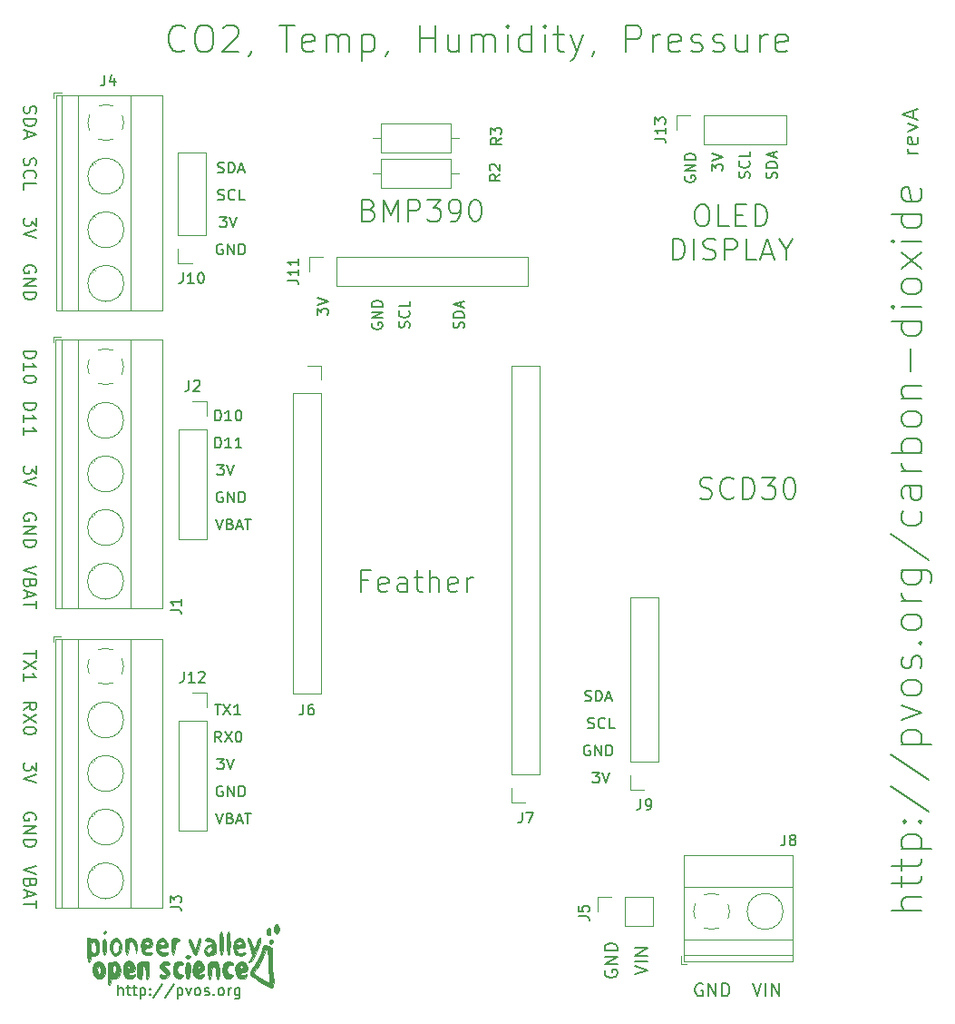
<source format=gbr>
%TF.GenerationSoftware,KiCad,Pcbnew,5.1.6-c6e7f7d~87~ubuntu18.04.1*%
%TF.CreationDate,2020-11-14T14:43:28-05:00*%
%TF.ProjectId,remote,72656d6f-7465-42e6-9b69-6361645f7063,rev?*%
%TF.SameCoordinates,Original*%
%TF.FileFunction,Legend,Top*%
%TF.FilePolarity,Positive*%
%FSLAX46Y46*%
G04 Gerber Fmt 4.6, Leading zero omitted, Abs format (unit mm)*
G04 Created by KiCad (PCBNEW 5.1.6-c6e7f7d~87~ubuntu18.04.1) date 2020-11-14 14:43:28*
%MOMM*%
%LPD*%
G01*
G04 APERTURE LIST*
%ADD10C,0.150000*%
%ADD11C,0.010000*%
%ADD12C,0.120000*%
G04 APERTURE END LIST*
D10*
X131676857Y-150666285D02*
X132876857Y-150266285D01*
X131676857Y-149866285D01*
X132876857Y-149466285D02*
X131676857Y-149466285D01*
X132876857Y-148894857D02*
X131676857Y-148894857D01*
X132876857Y-148209142D01*
X131676857Y-148209142D01*
X128940000Y-150266285D02*
X128882857Y-150380571D01*
X128882857Y-150552000D01*
X128940000Y-150723428D01*
X129054285Y-150837714D01*
X129168571Y-150894857D01*
X129397142Y-150952000D01*
X129568571Y-150952000D01*
X129797142Y-150894857D01*
X129911428Y-150837714D01*
X130025714Y-150723428D01*
X130082857Y-150552000D01*
X130082857Y-150437714D01*
X130025714Y-150266285D01*
X129968571Y-150209142D01*
X129568571Y-150209142D01*
X129568571Y-150437714D01*
X130082857Y-149694857D02*
X128882857Y-149694857D01*
X130082857Y-149009142D01*
X128882857Y-149009142D01*
X130082857Y-148437714D02*
X128882857Y-148437714D01*
X128882857Y-148152000D01*
X128940000Y-147980571D01*
X129054285Y-147866285D01*
X129168571Y-147809142D01*
X129397142Y-147752000D01*
X129568571Y-147752000D01*
X129797142Y-147809142D01*
X129911428Y-147866285D01*
X130025714Y-147980571D01*
X130082857Y-148152000D01*
X130082857Y-148437714D01*
X92710095Y-103084380D02*
X93329142Y-103084380D01*
X92995809Y-103465333D01*
X93138666Y-103465333D01*
X93233904Y-103512952D01*
X93281523Y-103560571D01*
X93329142Y-103655809D01*
X93329142Y-103893904D01*
X93281523Y-103989142D01*
X93233904Y-104036761D01*
X93138666Y-104084380D01*
X92852952Y-104084380D01*
X92757714Y-104036761D01*
X92710095Y-103989142D01*
X93614857Y-103084380D02*
X93948190Y-104084380D01*
X94281523Y-103084380D01*
X83487333Y-152598380D02*
X83487333Y-151598380D01*
X83915904Y-152598380D02*
X83915904Y-152074571D01*
X83868285Y-151979333D01*
X83773047Y-151931714D01*
X83630190Y-151931714D01*
X83534952Y-151979333D01*
X83487333Y-152026952D01*
X84249238Y-151931714D02*
X84630190Y-151931714D01*
X84392095Y-151598380D02*
X84392095Y-152455523D01*
X84439714Y-152550761D01*
X84534952Y-152598380D01*
X84630190Y-152598380D01*
X84820666Y-151931714D02*
X85201619Y-151931714D01*
X84963523Y-151598380D02*
X84963523Y-152455523D01*
X85011142Y-152550761D01*
X85106380Y-152598380D01*
X85201619Y-152598380D01*
X85534952Y-151931714D02*
X85534952Y-152931714D01*
X85534952Y-151979333D02*
X85630190Y-151931714D01*
X85820666Y-151931714D01*
X85915904Y-151979333D01*
X85963523Y-152026952D01*
X86011142Y-152122190D01*
X86011142Y-152407904D01*
X85963523Y-152503142D01*
X85915904Y-152550761D01*
X85820666Y-152598380D01*
X85630190Y-152598380D01*
X85534952Y-152550761D01*
X86439714Y-152503142D02*
X86487333Y-152550761D01*
X86439714Y-152598380D01*
X86392095Y-152550761D01*
X86439714Y-152503142D01*
X86439714Y-152598380D01*
X86439714Y-151979333D02*
X86487333Y-152026952D01*
X86439714Y-152074571D01*
X86392095Y-152026952D01*
X86439714Y-151979333D01*
X86439714Y-152074571D01*
X87630190Y-151550761D02*
X86773047Y-152836476D01*
X88677809Y-151550761D02*
X87820666Y-152836476D01*
X89011142Y-151931714D02*
X89011142Y-152931714D01*
X89011142Y-151979333D02*
X89106380Y-151931714D01*
X89296857Y-151931714D01*
X89392095Y-151979333D01*
X89439714Y-152026952D01*
X89487333Y-152122190D01*
X89487333Y-152407904D01*
X89439714Y-152503142D01*
X89392095Y-152550761D01*
X89296857Y-152598380D01*
X89106380Y-152598380D01*
X89011142Y-152550761D01*
X89820666Y-151931714D02*
X90058761Y-152598380D01*
X90296857Y-151931714D01*
X90820666Y-152598380D02*
X90725428Y-152550761D01*
X90677809Y-152503142D01*
X90630190Y-152407904D01*
X90630190Y-152122190D01*
X90677809Y-152026952D01*
X90725428Y-151979333D01*
X90820666Y-151931714D01*
X90963523Y-151931714D01*
X91058761Y-151979333D01*
X91106380Y-152026952D01*
X91154000Y-152122190D01*
X91154000Y-152407904D01*
X91106380Y-152503142D01*
X91058761Y-152550761D01*
X90963523Y-152598380D01*
X90820666Y-152598380D01*
X91534952Y-152550761D02*
X91630190Y-152598380D01*
X91820666Y-152598380D01*
X91915904Y-152550761D01*
X91963523Y-152455523D01*
X91963523Y-152407904D01*
X91915904Y-152312666D01*
X91820666Y-152265047D01*
X91677809Y-152265047D01*
X91582571Y-152217428D01*
X91534952Y-152122190D01*
X91534952Y-152074571D01*
X91582571Y-151979333D01*
X91677809Y-151931714D01*
X91820666Y-151931714D01*
X91915904Y-151979333D01*
X92392095Y-152503142D02*
X92439714Y-152550761D01*
X92392095Y-152598380D01*
X92344476Y-152550761D01*
X92392095Y-152503142D01*
X92392095Y-152598380D01*
X93011142Y-152598380D02*
X92915904Y-152550761D01*
X92868285Y-152503142D01*
X92820666Y-152407904D01*
X92820666Y-152122190D01*
X92868285Y-152026952D01*
X92915904Y-151979333D01*
X93011142Y-151931714D01*
X93154000Y-151931714D01*
X93249238Y-151979333D01*
X93296857Y-152026952D01*
X93344476Y-152122190D01*
X93344476Y-152407904D01*
X93296857Y-152503142D01*
X93249238Y-152550761D01*
X93154000Y-152598380D01*
X93011142Y-152598380D01*
X93773047Y-152598380D02*
X93773047Y-151931714D01*
X93773047Y-152122190D02*
X93820666Y-152026952D01*
X93868285Y-151979333D01*
X93963523Y-151931714D01*
X94058761Y-151931714D01*
X94820666Y-151931714D02*
X94820666Y-152741238D01*
X94773047Y-152836476D01*
X94725428Y-152884095D01*
X94630190Y-152931714D01*
X94487333Y-152931714D01*
X94392095Y-152884095D01*
X94820666Y-152550761D02*
X94725428Y-152598380D01*
X94534952Y-152598380D01*
X94439714Y-152550761D01*
X94392095Y-152503142D01*
X94344476Y-152407904D01*
X94344476Y-152122190D01*
X94392095Y-152026952D01*
X94439714Y-151979333D01*
X94534952Y-151931714D01*
X94725428Y-151931714D01*
X94820666Y-151979333D01*
X158158571Y-74100285D02*
X157158571Y-74100285D01*
X157444285Y-74100285D02*
X157301428Y-74028857D01*
X157230000Y-73957428D01*
X157158571Y-73814571D01*
X157158571Y-73671714D01*
X158087142Y-72600285D02*
X158158571Y-72743142D01*
X158158571Y-73028857D01*
X158087142Y-73171714D01*
X157944285Y-73243142D01*
X157372857Y-73243142D01*
X157230000Y-73171714D01*
X157158571Y-73028857D01*
X157158571Y-72743142D01*
X157230000Y-72600285D01*
X157372857Y-72528857D01*
X157515714Y-72528857D01*
X157658571Y-73243142D01*
X157158571Y-72028857D02*
X158158571Y-71671714D01*
X157158571Y-71314571D01*
X157730000Y-70814571D02*
X157730000Y-70100285D01*
X158158571Y-70957428D02*
X156658571Y-70457428D01*
X158158571Y-69957428D01*
X127508095Y-129294000D02*
X127412857Y-129246380D01*
X127270000Y-129246380D01*
X127127142Y-129294000D01*
X127031904Y-129389238D01*
X126984285Y-129484476D01*
X126936666Y-129674952D01*
X126936666Y-129817809D01*
X126984285Y-130008285D01*
X127031904Y-130103523D01*
X127127142Y-130198761D01*
X127270000Y-130246380D01*
X127365238Y-130246380D01*
X127508095Y-130198761D01*
X127555714Y-130151142D01*
X127555714Y-129817809D01*
X127365238Y-129817809D01*
X127984285Y-130246380D02*
X127984285Y-129246380D01*
X128555714Y-130246380D01*
X128555714Y-129246380D01*
X129031904Y-130246380D02*
X129031904Y-129246380D01*
X129270000Y-129246380D01*
X129412857Y-129294000D01*
X129508095Y-129389238D01*
X129555714Y-129484476D01*
X129603333Y-129674952D01*
X129603333Y-129817809D01*
X129555714Y-130008285D01*
X129508095Y-130103523D01*
X129412857Y-130198761D01*
X129270000Y-130246380D01*
X129031904Y-130246380D01*
X127762095Y-131786380D02*
X128381142Y-131786380D01*
X128047809Y-132167333D01*
X128190666Y-132167333D01*
X128285904Y-132214952D01*
X128333523Y-132262571D01*
X128381142Y-132357809D01*
X128381142Y-132595904D01*
X128333523Y-132691142D01*
X128285904Y-132738761D01*
X128190666Y-132786380D01*
X127904952Y-132786380D01*
X127809714Y-132738761D01*
X127762095Y-132691142D01*
X128666857Y-131786380D02*
X129000190Y-132786380D01*
X129333523Y-131786380D01*
X127055714Y-125118761D02*
X127198571Y-125166380D01*
X127436666Y-125166380D01*
X127531904Y-125118761D01*
X127579523Y-125071142D01*
X127627142Y-124975904D01*
X127627142Y-124880666D01*
X127579523Y-124785428D01*
X127531904Y-124737809D01*
X127436666Y-124690190D01*
X127246190Y-124642571D01*
X127150952Y-124594952D01*
X127103333Y-124547333D01*
X127055714Y-124452095D01*
X127055714Y-124356857D01*
X127103333Y-124261619D01*
X127150952Y-124214000D01*
X127246190Y-124166380D01*
X127484285Y-124166380D01*
X127627142Y-124214000D01*
X128055714Y-125166380D02*
X128055714Y-124166380D01*
X128293809Y-124166380D01*
X128436666Y-124214000D01*
X128531904Y-124309238D01*
X128579523Y-124404476D01*
X128627142Y-124594952D01*
X128627142Y-124737809D01*
X128579523Y-124928285D01*
X128531904Y-125023523D01*
X128436666Y-125118761D01*
X128293809Y-125166380D01*
X128055714Y-125166380D01*
X129008095Y-124880666D02*
X129484285Y-124880666D01*
X128912857Y-125166380D02*
X129246190Y-124166380D01*
X129579523Y-125166380D01*
X127333523Y-127658761D02*
X127476380Y-127706380D01*
X127714476Y-127706380D01*
X127809714Y-127658761D01*
X127857333Y-127611142D01*
X127904952Y-127515904D01*
X127904952Y-127420666D01*
X127857333Y-127325428D01*
X127809714Y-127277809D01*
X127714476Y-127230190D01*
X127524000Y-127182571D01*
X127428761Y-127134952D01*
X127381142Y-127087333D01*
X127333523Y-126992095D01*
X127333523Y-126896857D01*
X127381142Y-126801619D01*
X127428761Y-126754000D01*
X127524000Y-126706380D01*
X127762095Y-126706380D01*
X127904952Y-126754000D01*
X128904952Y-127611142D02*
X128857333Y-127658761D01*
X128714476Y-127706380D01*
X128619238Y-127706380D01*
X128476380Y-127658761D01*
X128381142Y-127563523D01*
X128333523Y-127468285D01*
X128285904Y-127277809D01*
X128285904Y-127134952D01*
X128333523Y-126944476D01*
X128381142Y-126849238D01*
X128476380Y-126754000D01*
X128619238Y-126706380D01*
X128714476Y-126706380D01*
X128857333Y-126754000D01*
X128904952Y-126801619D01*
X129809714Y-127706380D02*
X129333523Y-127706380D01*
X129333523Y-126706380D01*
X136406000Y-76199904D02*
X136358380Y-76295142D01*
X136358380Y-76438000D01*
X136406000Y-76580857D01*
X136501238Y-76676095D01*
X136596476Y-76723714D01*
X136786952Y-76771333D01*
X136929809Y-76771333D01*
X137120285Y-76723714D01*
X137215523Y-76676095D01*
X137310761Y-76580857D01*
X137358380Y-76438000D01*
X137358380Y-76342761D01*
X137310761Y-76199904D01*
X137263142Y-76152285D01*
X136929809Y-76152285D01*
X136929809Y-76342761D01*
X137358380Y-75723714D02*
X136358380Y-75723714D01*
X137358380Y-75152285D01*
X136358380Y-75152285D01*
X137358380Y-74676095D02*
X136358380Y-74676095D01*
X136358380Y-74438000D01*
X136406000Y-74295142D01*
X136501238Y-74199904D01*
X136596476Y-74152285D01*
X136786952Y-74104666D01*
X136929809Y-74104666D01*
X137120285Y-74152285D01*
X137215523Y-74199904D01*
X137310761Y-74295142D01*
X137358380Y-74438000D01*
X137358380Y-74676095D01*
X138898380Y-75691904D02*
X138898380Y-75072857D01*
X139279333Y-75406190D01*
X139279333Y-75263333D01*
X139326952Y-75168095D01*
X139374571Y-75120476D01*
X139469809Y-75072857D01*
X139707904Y-75072857D01*
X139803142Y-75120476D01*
X139850761Y-75168095D01*
X139898380Y-75263333D01*
X139898380Y-75549047D01*
X139850761Y-75644285D01*
X139803142Y-75691904D01*
X138898380Y-74787142D02*
X139898380Y-74453809D01*
X138898380Y-74120476D01*
X144930761Y-76398285D02*
X144978380Y-76255428D01*
X144978380Y-76017333D01*
X144930761Y-75922095D01*
X144883142Y-75874476D01*
X144787904Y-75826857D01*
X144692666Y-75826857D01*
X144597428Y-75874476D01*
X144549809Y-75922095D01*
X144502190Y-76017333D01*
X144454571Y-76207809D01*
X144406952Y-76303047D01*
X144359333Y-76350666D01*
X144264095Y-76398285D01*
X144168857Y-76398285D01*
X144073619Y-76350666D01*
X144026000Y-76303047D01*
X143978380Y-76207809D01*
X143978380Y-75969714D01*
X144026000Y-75826857D01*
X144978380Y-75398285D02*
X143978380Y-75398285D01*
X143978380Y-75160190D01*
X144026000Y-75017333D01*
X144121238Y-74922095D01*
X144216476Y-74874476D01*
X144406952Y-74826857D01*
X144549809Y-74826857D01*
X144740285Y-74874476D01*
X144835523Y-74922095D01*
X144930761Y-75017333D01*
X144978380Y-75160190D01*
X144978380Y-75398285D01*
X144692666Y-74445904D02*
X144692666Y-73969714D01*
X144978380Y-74541142D02*
X143978380Y-74207809D01*
X144978380Y-73874476D01*
X142390761Y-76374476D02*
X142438380Y-76231619D01*
X142438380Y-75993523D01*
X142390761Y-75898285D01*
X142343142Y-75850666D01*
X142247904Y-75803047D01*
X142152666Y-75803047D01*
X142057428Y-75850666D01*
X142009809Y-75898285D01*
X141962190Y-75993523D01*
X141914571Y-76184000D01*
X141866952Y-76279238D01*
X141819333Y-76326857D01*
X141724095Y-76374476D01*
X141628857Y-76374476D01*
X141533619Y-76326857D01*
X141486000Y-76279238D01*
X141438380Y-76184000D01*
X141438380Y-75945904D01*
X141486000Y-75803047D01*
X142343142Y-74803047D02*
X142390761Y-74850666D01*
X142438380Y-74993523D01*
X142438380Y-75088761D01*
X142390761Y-75231619D01*
X142295523Y-75326857D01*
X142200285Y-75374476D01*
X142009809Y-75422095D01*
X141866952Y-75422095D01*
X141676476Y-75374476D01*
X141581238Y-75326857D01*
X141486000Y-75231619D01*
X141438380Y-75088761D01*
X141438380Y-74993523D01*
X141486000Y-74850666D01*
X141533619Y-74803047D01*
X142438380Y-73898285D02*
X142438380Y-74374476D01*
X141438380Y-74374476D01*
X115720761Y-90368285D02*
X115768380Y-90225428D01*
X115768380Y-89987333D01*
X115720761Y-89892095D01*
X115673142Y-89844476D01*
X115577904Y-89796857D01*
X115482666Y-89796857D01*
X115387428Y-89844476D01*
X115339809Y-89892095D01*
X115292190Y-89987333D01*
X115244571Y-90177809D01*
X115196952Y-90273047D01*
X115149333Y-90320666D01*
X115054095Y-90368285D01*
X114958857Y-90368285D01*
X114863619Y-90320666D01*
X114816000Y-90273047D01*
X114768380Y-90177809D01*
X114768380Y-89939714D01*
X114816000Y-89796857D01*
X115768380Y-89368285D02*
X114768380Y-89368285D01*
X114768380Y-89130190D01*
X114816000Y-88987333D01*
X114911238Y-88892095D01*
X115006476Y-88844476D01*
X115196952Y-88796857D01*
X115339809Y-88796857D01*
X115530285Y-88844476D01*
X115625523Y-88892095D01*
X115720761Y-88987333D01*
X115768380Y-89130190D01*
X115768380Y-89368285D01*
X115482666Y-88415904D02*
X115482666Y-87939714D01*
X115768380Y-88511142D02*
X114768380Y-88177809D01*
X115768380Y-87844476D01*
X102068380Y-89153904D02*
X102068380Y-88534857D01*
X102449333Y-88868190D01*
X102449333Y-88725333D01*
X102496952Y-88630095D01*
X102544571Y-88582476D01*
X102639809Y-88534857D01*
X102877904Y-88534857D01*
X102973142Y-88582476D01*
X103020761Y-88630095D01*
X103068380Y-88725333D01*
X103068380Y-89011047D01*
X103020761Y-89106285D01*
X102973142Y-89153904D01*
X102068380Y-88249142D02*
X103068380Y-87915809D01*
X102068380Y-87582476D01*
X107196000Y-89915904D02*
X107148380Y-90011142D01*
X107148380Y-90154000D01*
X107196000Y-90296857D01*
X107291238Y-90392095D01*
X107386476Y-90439714D01*
X107576952Y-90487333D01*
X107719809Y-90487333D01*
X107910285Y-90439714D01*
X108005523Y-90392095D01*
X108100761Y-90296857D01*
X108148380Y-90154000D01*
X108148380Y-90058761D01*
X108100761Y-89915904D01*
X108053142Y-89868285D01*
X107719809Y-89868285D01*
X107719809Y-90058761D01*
X108148380Y-89439714D02*
X107148380Y-89439714D01*
X108148380Y-88868285D01*
X107148380Y-88868285D01*
X108148380Y-88392095D02*
X107148380Y-88392095D01*
X107148380Y-88154000D01*
X107196000Y-88011142D01*
X107291238Y-87915904D01*
X107386476Y-87868285D01*
X107576952Y-87820666D01*
X107719809Y-87820666D01*
X107910285Y-87868285D01*
X108005523Y-87915904D01*
X108100761Y-88011142D01*
X108148380Y-88154000D01*
X108148380Y-88392095D01*
X110640761Y-90344476D02*
X110688380Y-90201619D01*
X110688380Y-89963523D01*
X110640761Y-89868285D01*
X110593142Y-89820666D01*
X110497904Y-89773047D01*
X110402666Y-89773047D01*
X110307428Y-89820666D01*
X110259809Y-89868285D01*
X110212190Y-89963523D01*
X110164571Y-90154000D01*
X110116952Y-90249238D01*
X110069333Y-90296857D01*
X109974095Y-90344476D01*
X109878857Y-90344476D01*
X109783619Y-90296857D01*
X109736000Y-90249238D01*
X109688380Y-90154000D01*
X109688380Y-89915904D01*
X109736000Y-89773047D01*
X110593142Y-88773047D02*
X110640761Y-88820666D01*
X110688380Y-88963523D01*
X110688380Y-89058761D01*
X110640761Y-89201619D01*
X110545523Y-89296857D01*
X110450285Y-89344476D01*
X110259809Y-89392095D01*
X110116952Y-89392095D01*
X109926476Y-89344476D01*
X109831238Y-89296857D01*
X109736000Y-89201619D01*
X109688380Y-89058761D01*
X109688380Y-88963523D01*
X109736000Y-88820666D01*
X109783619Y-88773047D01*
X110688380Y-87868285D02*
X110688380Y-88344476D01*
X109688380Y-88344476D01*
X75841142Y-130911714D02*
X75841142Y-131654571D01*
X75384000Y-131254571D01*
X75384000Y-131426000D01*
X75326857Y-131540285D01*
X75269714Y-131597428D01*
X75155428Y-131654571D01*
X74869714Y-131654571D01*
X74755428Y-131597428D01*
X74698285Y-131540285D01*
X74641142Y-131426000D01*
X74641142Y-131083142D01*
X74698285Y-130968857D01*
X74755428Y-130911714D01*
X75841142Y-131997428D02*
X74641142Y-132397428D01*
X75841142Y-132797428D01*
X75841142Y-140522571D02*
X74641142Y-140922571D01*
X75841142Y-141322571D01*
X75269714Y-142122571D02*
X75212571Y-142294000D01*
X75155428Y-142351142D01*
X75041142Y-142408285D01*
X74869714Y-142408285D01*
X74755428Y-142351142D01*
X74698285Y-142294000D01*
X74641142Y-142179714D01*
X74641142Y-141722571D01*
X75841142Y-141722571D01*
X75841142Y-142122571D01*
X75784000Y-142236857D01*
X75726857Y-142294000D01*
X75612571Y-142351142D01*
X75498285Y-142351142D01*
X75384000Y-142294000D01*
X75326857Y-142236857D01*
X75269714Y-142122571D01*
X75269714Y-141722571D01*
X74984000Y-142865428D02*
X74984000Y-143436857D01*
X74641142Y-142751142D02*
X75841142Y-143151142D01*
X74641142Y-143551142D01*
X75841142Y-143779714D02*
X75841142Y-144465428D01*
X74641142Y-144122571D02*
X75841142Y-144122571D01*
X75784000Y-136245714D02*
X75841142Y-136131428D01*
X75841142Y-135960000D01*
X75784000Y-135788571D01*
X75669714Y-135674285D01*
X75555428Y-135617142D01*
X75326857Y-135560000D01*
X75155428Y-135560000D01*
X74926857Y-135617142D01*
X74812571Y-135674285D01*
X74698285Y-135788571D01*
X74641142Y-135960000D01*
X74641142Y-136074285D01*
X74698285Y-136245714D01*
X74755428Y-136302857D01*
X75155428Y-136302857D01*
X75155428Y-136074285D01*
X74641142Y-136817142D02*
X75841142Y-136817142D01*
X74641142Y-137502857D01*
X75841142Y-137502857D01*
X74641142Y-138074285D02*
X75841142Y-138074285D01*
X75841142Y-138360000D01*
X75784000Y-138531428D01*
X75669714Y-138645714D01*
X75555428Y-138702857D01*
X75326857Y-138760000D01*
X75155428Y-138760000D01*
X74926857Y-138702857D01*
X74812571Y-138645714D01*
X74698285Y-138531428D01*
X74641142Y-138360000D01*
X74641142Y-138074285D01*
X74641142Y-125974571D02*
X75212571Y-125574571D01*
X74641142Y-125288857D02*
X75841142Y-125288857D01*
X75841142Y-125746000D01*
X75784000Y-125860285D01*
X75726857Y-125917428D01*
X75612571Y-125974571D01*
X75441142Y-125974571D01*
X75326857Y-125917428D01*
X75269714Y-125860285D01*
X75212571Y-125746000D01*
X75212571Y-125288857D01*
X75841142Y-126374571D02*
X74641142Y-127174571D01*
X75841142Y-127174571D02*
X74641142Y-126374571D01*
X75841142Y-127860285D02*
X75841142Y-127974571D01*
X75784000Y-128088857D01*
X75726857Y-128146000D01*
X75612571Y-128203142D01*
X75384000Y-128260285D01*
X75098285Y-128260285D01*
X74869714Y-128203142D01*
X74755428Y-128146000D01*
X74698285Y-128088857D01*
X74641142Y-127974571D01*
X74641142Y-127860285D01*
X74698285Y-127746000D01*
X74755428Y-127688857D01*
X74869714Y-127631714D01*
X75098285Y-127574571D01*
X75384000Y-127574571D01*
X75612571Y-127631714D01*
X75726857Y-127688857D01*
X75784000Y-127746000D01*
X75841142Y-127860285D01*
X75841142Y-120434285D02*
X75841142Y-121120000D01*
X74641142Y-120777142D02*
X75841142Y-120777142D01*
X75841142Y-121405714D02*
X74641142Y-122205714D01*
X75841142Y-122205714D02*
X74641142Y-121405714D01*
X74641142Y-123291428D02*
X74641142Y-122605714D01*
X74641142Y-122948571D02*
X75841142Y-122948571D01*
X75669714Y-122834285D01*
X75555428Y-122720000D01*
X75498285Y-122605714D01*
X93083142Y-128976380D02*
X92749809Y-128500190D01*
X92511714Y-128976380D02*
X92511714Y-127976380D01*
X92892666Y-127976380D01*
X92987904Y-128024000D01*
X93035523Y-128071619D01*
X93083142Y-128166857D01*
X93083142Y-128309714D01*
X93035523Y-128404952D01*
X92987904Y-128452571D01*
X92892666Y-128500190D01*
X92511714Y-128500190D01*
X93416476Y-127976380D02*
X94083142Y-128976380D01*
X94083142Y-127976380D02*
X93416476Y-128976380D01*
X94654571Y-127976380D02*
X94749809Y-127976380D01*
X94845047Y-128024000D01*
X94892666Y-128071619D01*
X94940285Y-128166857D01*
X94987904Y-128357333D01*
X94987904Y-128595428D01*
X94940285Y-128785904D01*
X94892666Y-128881142D01*
X94845047Y-128928761D01*
X94749809Y-128976380D01*
X94654571Y-128976380D01*
X94559333Y-128928761D01*
X94511714Y-128881142D01*
X94464095Y-128785904D01*
X94416476Y-128595428D01*
X94416476Y-128357333D01*
X94464095Y-128166857D01*
X94511714Y-128071619D01*
X94559333Y-128024000D01*
X94654571Y-127976380D01*
X92591142Y-135596380D02*
X92924476Y-136596380D01*
X93257809Y-135596380D01*
X93924476Y-136072571D02*
X94067333Y-136120190D01*
X94114952Y-136167809D01*
X94162571Y-136263047D01*
X94162571Y-136405904D01*
X94114952Y-136501142D01*
X94067333Y-136548761D01*
X93972095Y-136596380D01*
X93591142Y-136596380D01*
X93591142Y-135596380D01*
X93924476Y-135596380D01*
X94019714Y-135644000D01*
X94067333Y-135691619D01*
X94114952Y-135786857D01*
X94114952Y-135882095D01*
X94067333Y-135977333D01*
X94019714Y-136024952D01*
X93924476Y-136072571D01*
X93591142Y-136072571D01*
X94543523Y-136310666D02*
X95019714Y-136310666D01*
X94448285Y-136596380D02*
X94781619Y-135596380D01*
X95114952Y-136596380D01*
X95305428Y-135596380D02*
X95876857Y-135596380D01*
X95591142Y-136596380D02*
X95591142Y-135596380D01*
X92487904Y-125436380D02*
X93059333Y-125436380D01*
X92773619Y-126436380D02*
X92773619Y-125436380D01*
X93297428Y-125436380D02*
X93964095Y-126436380D01*
X93964095Y-125436380D02*
X93297428Y-126436380D01*
X94868857Y-126436380D02*
X94297428Y-126436380D01*
X94583142Y-126436380D02*
X94583142Y-125436380D01*
X94487904Y-125579238D01*
X94392666Y-125674476D01*
X94297428Y-125722095D01*
X93218095Y-133104000D02*
X93122857Y-133056380D01*
X92980000Y-133056380D01*
X92837142Y-133104000D01*
X92741904Y-133199238D01*
X92694285Y-133294476D01*
X92646666Y-133484952D01*
X92646666Y-133627809D01*
X92694285Y-133818285D01*
X92741904Y-133913523D01*
X92837142Y-134008761D01*
X92980000Y-134056380D01*
X93075238Y-134056380D01*
X93218095Y-134008761D01*
X93265714Y-133961142D01*
X93265714Y-133627809D01*
X93075238Y-133627809D01*
X93694285Y-134056380D02*
X93694285Y-133056380D01*
X94265714Y-134056380D01*
X94265714Y-133056380D01*
X94741904Y-134056380D02*
X94741904Y-133056380D01*
X94980000Y-133056380D01*
X95122857Y-133104000D01*
X95218095Y-133199238D01*
X95265714Y-133294476D01*
X95313333Y-133484952D01*
X95313333Y-133627809D01*
X95265714Y-133818285D01*
X95218095Y-133913523D01*
X95122857Y-134008761D01*
X94980000Y-134056380D01*
X94741904Y-134056380D01*
X92710095Y-130516380D02*
X93329142Y-130516380D01*
X92995809Y-130897333D01*
X93138666Y-130897333D01*
X93233904Y-130944952D01*
X93281523Y-130992571D01*
X93329142Y-131087809D01*
X93329142Y-131325904D01*
X93281523Y-131421142D01*
X93233904Y-131468761D01*
X93138666Y-131516380D01*
X92852952Y-131516380D01*
X92757714Y-131468761D01*
X92710095Y-131421142D01*
X93614857Y-130516380D02*
X93948190Y-131516380D01*
X94281523Y-130516380D01*
X92511714Y-99004380D02*
X92511714Y-98004380D01*
X92749809Y-98004380D01*
X92892666Y-98052000D01*
X92987904Y-98147238D01*
X93035523Y-98242476D01*
X93083142Y-98432952D01*
X93083142Y-98575809D01*
X93035523Y-98766285D01*
X92987904Y-98861523D01*
X92892666Y-98956761D01*
X92749809Y-99004380D01*
X92511714Y-99004380D01*
X94035523Y-99004380D02*
X93464095Y-99004380D01*
X93749809Y-99004380D02*
X93749809Y-98004380D01*
X93654571Y-98147238D01*
X93559333Y-98242476D01*
X93464095Y-98290095D01*
X94654571Y-98004380D02*
X94749809Y-98004380D01*
X94845047Y-98052000D01*
X94892666Y-98099619D01*
X94940285Y-98194857D01*
X94987904Y-98385333D01*
X94987904Y-98623428D01*
X94940285Y-98813904D01*
X94892666Y-98909142D01*
X94845047Y-98956761D01*
X94749809Y-99004380D01*
X94654571Y-99004380D01*
X94559333Y-98956761D01*
X94511714Y-98909142D01*
X94464095Y-98813904D01*
X94416476Y-98623428D01*
X94416476Y-98385333D01*
X94464095Y-98194857D01*
X94511714Y-98099619D01*
X94559333Y-98052000D01*
X94654571Y-98004380D01*
X92511714Y-101544380D02*
X92511714Y-100544380D01*
X92749809Y-100544380D01*
X92892666Y-100592000D01*
X92987904Y-100687238D01*
X93035523Y-100782476D01*
X93083142Y-100972952D01*
X93083142Y-101115809D01*
X93035523Y-101306285D01*
X92987904Y-101401523D01*
X92892666Y-101496761D01*
X92749809Y-101544380D01*
X92511714Y-101544380D01*
X94035523Y-101544380D02*
X93464095Y-101544380D01*
X93749809Y-101544380D02*
X93749809Y-100544380D01*
X93654571Y-100687238D01*
X93559333Y-100782476D01*
X93464095Y-100830095D01*
X94987904Y-101544380D02*
X94416476Y-101544380D01*
X94702190Y-101544380D02*
X94702190Y-100544380D01*
X94606952Y-100687238D01*
X94511714Y-100782476D01*
X94416476Y-100830095D01*
X92591142Y-108164380D02*
X92924476Y-109164380D01*
X93257809Y-108164380D01*
X93924476Y-108640571D02*
X94067333Y-108688190D01*
X94114952Y-108735809D01*
X94162571Y-108831047D01*
X94162571Y-108973904D01*
X94114952Y-109069142D01*
X94067333Y-109116761D01*
X93972095Y-109164380D01*
X93591142Y-109164380D01*
X93591142Y-108164380D01*
X93924476Y-108164380D01*
X94019714Y-108212000D01*
X94067333Y-108259619D01*
X94114952Y-108354857D01*
X94114952Y-108450095D01*
X94067333Y-108545333D01*
X94019714Y-108592952D01*
X93924476Y-108640571D01*
X93591142Y-108640571D01*
X94543523Y-108878666D02*
X95019714Y-108878666D01*
X94448285Y-109164380D02*
X94781619Y-108164380D01*
X95114952Y-109164380D01*
X95305428Y-108164380D02*
X95876857Y-108164380D01*
X95591142Y-109164380D02*
X95591142Y-108164380D01*
X89713047Y-64392857D02*
X89594000Y-64511904D01*
X89236857Y-64630952D01*
X88998761Y-64630952D01*
X88641619Y-64511904D01*
X88403523Y-64273809D01*
X88284476Y-64035714D01*
X88165428Y-63559523D01*
X88165428Y-63202380D01*
X88284476Y-62726190D01*
X88403523Y-62488095D01*
X88641619Y-62250000D01*
X88998761Y-62130952D01*
X89236857Y-62130952D01*
X89594000Y-62250000D01*
X89713047Y-62369047D01*
X91260666Y-62130952D02*
X91736857Y-62130952D01*
X91974952Y-62250000D01*
X92213047Y-62488095D01*
X92332095Y-62964285D01*
X92332095Y-63797619D01*
X92213047Y-64273809D01*
X91974952Y-64511904D01*
X91736857Y-64630952D01*
X91260666Y-64630952D01*
X91022571Y-64511904D01*
X90784476Y-64273809D01*
X90665428Y-63797619D01*
X90665428Y-62964285D01*
X90784476Y-62488095D01*
X91022571Y-62250000D01*
X91260666Y-62130952D01*
X93284476Y-62369047D02*
X93403523Y-62250000D01*
X93641619Y-62130952D01*
X94236857Y-62130952D01*
X94474952Y-62250000D01*
X94594000Y-62369047D01*
X94713047Y-62607142D01*
X94713047Y-62845238D01*
X94594000Y-63202380D01*
X93165428Y-64630952D01*
X94713047Y-64630952D01*
X95903523Y-64511904D02*
X95903523Y-64630952D01*
X95784476Y-64869047D01*
X95665428Y-64988095D01*
X98522571Y-62130952D02*
X99951142Y-62130952D01*
X99236857Y-64630952D02*
X99236857Y-62130952D01*
X101736857Y-64511904D02*
X101498761Y-64630952D01*
X101022571Y-64630952D01*
X100784476Y-64511904D01*
X100665428Y-64273809D01*
X100665428Y-63321428D01*
X100784476Y-63083333D01*
X101022571Y-62964285D01*
X101498761Y-62964285D01*
X101736857Y-63083333D01*
X101855904Y-63321428D01*
X101855904Y-63559523D01*
X100665428Y-63797619D01*
X102927333Y-64630952D02*
X102927333Y-62964285D01*
X102927333Y-63202380D02*
X103046380Y-63083333D01*
X103284476Y-62964285D01*
X103641619Y-62964285D01*
X103879714Y-63083333D01*
X103998761Y-63321428D01*
X103998761Y-64630952D01*
X103998761Y-63321428D02*
X104117809Y-63083333D01*
X104355904Y-62964285D01*
X104713047Y-62964285D01*
X104951142Y-63083333D01*
X105070190Y-63321428D01*
X105070190Y-64630952D01*
X106260666Y-62964285D02*
X106260666Y-65464285D01*
X106260666Y-63083333D02*
X106498761Y-62964285D01*
X106974952Y-62964285D01*
X107213047Y-63083333D01*
X107332095Y-63202380D01*
X107451142Y-63440476D01*
X107451142Y-64154761D01*
X107332095Y-64392857D01*
X107213047Y-64511904D01*
X106974952Y-64630952D01*
X106498761Y-64630952D01*
X106260666Y-64511904D01*
X108641619Y-64511904D02*
X108641619Y-64630952D01*
X108522571Y-64869047D01*
X108403523Y-64988095D01*
X111617809Y-64630952D02*
X111617809Y-62130952D01*
X111617809Y-63321428D02*
X113046380Y-63321428D01*
X113046380Y-64630952D02*
X113046380Y-62130952D01*
X115308285Y-62964285D02*
X115308285Y-64630952D01*
X114236857Y-62964285D02*
X114236857Y-64273809D01*
X114355904Y-64511904D01*
X114593999Y-64630952D01*
X114951142Y-64630952D01*
X115189238Y-64511904D01*
X115308285Y-64392857D01*
X116498761Y-64630952D02*
X116498761Y-62964285D01*
X116498761Y-63202380D02*
X116617809Y-63083333D01*
X116855904Y-62964285D01*
X117213047Y-62964285D01*
X117451142Y-63083333D01*
X117570190Y-63321428D01*
X117570190Y-64630952D01*
X117570190Y-63321428D02*
X117689238Y-63083333D01*
X117927333Y-62964285D01*
X118284476Y-62964285D01*
X118522571Y-63083333D01*
X118641619Y-63321428D01*
X118641619Y-64630952D01*
X119832095Y-64630952D02*
X119832095Y-62964285D01*
X119832095Y-62130952D02*
X119713047Y-62250000D01*
X119832095Y-62369047D01*
X119951142Y-62250000D01*
X119832095Y-62130952D01*
X119832095Y-62369047D01*
X122093999Y-64630952D02*
X122093999Y-62130952D01*
X122093999Y-64511904D02*
X121855904Y-64630952D01*
X121379714Y-64630952D01*
X121141619Y-64511904D01*
X121022571Y-64392857D01*
X120903523Y-64154761D01*
X120903523Y-63440476D01*
X121022571Y-63202380D01*
X121141619Y-63083333D01*
X121379714Y-62964285D01*
X121855904Y-62964285D01*
X122093999Y-63083333D01*
X123284476Y-64630952D02*
X123284476Y-62964285D01*
X123284476Y-62130952D02*
X123165428Y-62250000D01*
X123284476Y-62369047D01*
X123403523Y-62250000D01*
X123284476Y-62130952D01*
X123284476Y-62369047D01*
X124117809Y-62964285D02*
X125070190Y-62964285D01*
X124474952Y-62130952D02*
X124474952Y-64273809D01*
X124593999Y-64511904D01*
X124832095Y-64630952D01*
X125070190Y-64630952D01*
X125665428Y-62964285D02*
X126260666Y-64630952D01*
X126855904Y-62964285D02*
X126260666Y-64630952D01*
X126022571Y-65226190D01*
X125903523Y-65345238D01*
X125665428Y-65464285D01*
X127927333Y-64511904D02*
X127927333Y-64630952D01*
X127808285Y-64869047D01*
X127689238Y-64988095D01*
X130903523Y-64630952D02*
X130903523Y-62130952D01*
X131855904Y-62130952D01*
X132093999Y-62250000D01*
X132213047Y-62369047D01*
X132332095Y-62607142D01*
X132332095Y-62964285D01*
X132213047Y-63202380D01*
X132093999Y-63321428D01*
X131855904Y-63440476D01*
X130903523Y-63440476D01*
X133403523Y-64630952D02*
X133403523Y-62964285D01*
X133403523Y-63440476D02*
X133522571Y-63202380D01*
X133641619Y-63083333D01*
X133879714Y-62964285D01*
X134117809Y-62964285D01*
X135903523Y-64511904D02*
X135665428Y-64630952D01*
X135189238Y-64630952D01*
X134951142Y-64511904D01*
X134832095Y-64273809D01*
X134832095Y-63321428D01*
X134951142Y-63083333D01*
X135189238Y-62964285D01*
X135665428Y-62964285D01*
X135903523Y-63083333D01*
X136022571Y-63321428D01*
X136022571Y-63559523D01*
X134832095Y-63797619D01*
X136974952Y-64511904D02*
X137213047Y-64630952D01*
X137689238Y-64630952D01*
X137927333Y-64511904D01*
X138046380Y-64273809D01*
X138046380Y-64154761D01*
X137927333Y-63916666D01*
X137689238Y-63797619D01*
X137332095Y-63797619D01*
X137093999Y-63678571D01*
X136974952Y-63440476D01*
X136974952Y-63321428D01*
X137093999Y-63083333D01*
X137332095Y-62964285D01*
X137689238Y-62964285D01*
X137927333Y-63083333D01*
X138998761Y-64511904D02*
X139236857Y-64630952D01*
X139713047Y-64630952D01*
X139951142Y-64511904D01*
X140070190Y-64273809D01*
X140070190Y-64154761D01*
X139951142Y-63916666D01*
X139713047Y-63797619D01*
X139355904Y-63797619D01*
X139117809Y-63678571D01*
X138998761Y-63440476D01*
X138998761Y-63321428D01*
X139117809Y-63083333D01*
X139355904Y-62964285D01*
X139713047Y-62964285D01*
X139951142Y-63083333D01*
X142213047Y-62964285D02*
X142213047Y-64630952D01*
X141141619Y-62964285D02*
X141141619Y-64273809D01*
X141260666Y-64511904D01*
X141498761Y-64630952D01*
X141855904Y-64630952D01*
X142093999Y-64511904D01*
X142213047Y-64392857D01*
X143403523Y-64630952D02*
X143403523Y-62964285D01*
X143403523Y-63440476D02*
X143522571Y-63202380D01*
X143641619Y-63083333D01*
X143879714Y-62964285D01*
X144117809Y-62964285D01*
X145903523Y-64511904D02*
X145665428Y-64630952D01*
X145189238Y-64630952D01*
X144951142Y-64511904D01*
X144832095Y-64273809D01*
X144832095Y-63321428D01*
X144951142Y-63083333D01*
X145189238Y-62964285D01*
X145665428Y-62964285D01*
X145903523Y-63083333D01*
X146022571Y-63321428D01*
X146022571Y-63559523D01*
X144832095Y-63797619D01*
X74641142Y-92522857D02*
X75841142Y-92522857D01*
X75841142Y-92808571D01*
X75784000Y-92980000D01*
X75669714Y-93094285D01*
X75555428Y-93151428D01*
X75326857Y-93208571D01*
X75155428Y-93208571D01*
X74926857Y-93151428D01*
X74812571Y-93094285D01*
X74698285Y-92980000D01*
X74641142Y-92808571D01*
X74641142Y-92522857D01*
X74641142Y-94351428D02*
X74641142Y-93665714D01*
X74641142Y-94008571D02*
X75841142Y-94008571D01*
X75669714Y-93894285D01*
X75555428Y-93780000D01*
X75498285Y-93665714D01*
X75841142Y-95094285D02*
X75841142Y-95208571D01*
X75784000Y-95322857D01*
X75726857Y-95380000D01*
X75612571Y-95437142D01*
X75384000Y-95494285D01*
X75098285Y-95494285D01*
X74869714Y-95437142D01*
X74755428Y-95380000D01*
X74698285Y-95322857D01*
X74641142Y-95208571D01*
X74641142Y-95094285D01*
X74698285Y-94980000D01*
X74755428Y-94922857D01*
X74869714Y-94865714D01*
X75098285Y-94808571D01*
X75384000Y-94808571D01*
X75612571Y-94865714D01*
X75726857Y-94922857D01*
X75784000Y-94980000D01*
X75841142Y-95094285D01*
X74641142Y-97348857D02*
X75841142Y-97348857D01*
X75841142Y-97634571D01*
X75784000Y-97806000D01*
X75669714Y-97920285D01*
X75555428Y-97977428D01*
X75326857Y-98034571D01*
X75155428Y-98034571D01*
X74926857Y-97977428D01*
X74812571Y-97920285D01*
X74698285Y-97806000D01*
X74641142Y-97634571D01*
X74641142Y-97348857D01*
X74641142Y-99177428D02*
X74641142Y-98491714D01*
X74641142Y-98834571D02*
X75841142Y-98834571D01*
X75669714Y-98720285D01*
X75555428Y-98606000D01*
X75498285Y-98491714D01*
X74641142Y-100320285D02*
X74641142Y-99634571D01*
X74641142Y-99977428D02*
X75841142Y-99977428D01*
X75669714Y-99863142D01*
X75555428Y-99748857D01*
X75498285Y-99634571D01*
X75841142Y-103225714D02*
X75841142Y-103968571D01*
X75384000Y-103568571D01*
X75384000Y-103740000D01*
X75326857Y-103854285D01*
X75269714Y-103911428D01*
X75155428Y-103968571D01*
X74869714Y-103968571D01*
X74755428Y-103911428D01*
X74698285Y-103854285D01*
X74641142Y-103740000D01*
X74641142Y-103397142D01*
X74698285Y-103282857D01*
X74755428Y-103225714D01*
X75841142Y-104311428D02*
X74641142Y-104711428D01*
X75841142Y-105111428D01*
X75841142Y-112582571D02*
X74641142Y-112982571D01*
X75841142Y-113382571D01*
X75269714Y-114182571D02*
X75212571Y-114354000D01*
X75155428Y-114411142D01*
X75041142Y-114468285D01*
X74869714Y-114468285D01*
X74755428Y-114411142D01*
X74698285Y-114354000D01*
X74641142Y-114239714D01*
X74641142Y-113782571D01*
X75841142Y-113782571D01*
X75841142Y-114182571D01*
X75784000Y-114296857D01*
X75726857Y-114354000D01*
X75612571Y-114411142D01*
X75498285Y-114411142D01*
X75384000Y-114354000D01*
X75326857Y-114296857D01*
X75269714Y-114182571D01*
X75269714Y-113782571D01*
X74984000Y-114925428D02*
X74984000Y-115496857D01*
X74641142Y-114811142D02*
X75841142Y-115211142D01*
X74641142Y-115611142D01*
X75841142Y-115839714D02*
X75841142Y-116525428D01*
X74641142Y-116182571D02*
X75841142Y-116182571D01*
X75784000Y-108305714D02*
X75841142Y-108191428D01*
X75841142Y-108020000D01*
X75784000Y-107848571D01*
X75669714Y-107734285D01*
X75555428Y-107677142D01*
X75326857Y-107620000D01*
X75155428Y-107620000D01*
X74926857Y-107677142D01*
X74812571Y-107734285D01*
X74698285Y-107848571D01*
X74641142Y-108020000D01*
X74641142Y-108134285D01*
X74698285Y-108305714D01*
X74755428Y-108362857D01*
X75155428Y-108362857D01*
X75155428Y-108134285D01*
X74641142Y-108877142D02*
X75841142Y-108877142D01*
X74641142Y-109562857D01*
X75841142Y-109562857D01*
X74641142Y-110134285D02*
X75841142Y-110134285D01*
X75841142Y-110420000D01*
X75784000Y-110591428D01*
X75669714Y-110705714D01*
X75555428Y-110762857D01*
X75326857Y-110820000D01*
X75155428Y-110820000D01*
X74926857Y-110762857D01*
X74812571Y-110705714D01*
X74698285Y-110591428D01*
X74641142Y-110420000D01*
X74641142Y-110134285D01*
X106823428Y-113903142D02*
X106156761Y-113903142D01*
X106156761Y-114950761D02*
X106156761Y-112950761D01*
X107109142Y-112950761D01*
X108632952Y-114855523D02*
X108442476Y-114950761D01*
X108061523Y-114950761D01*
X107871047Y-114855523D01*
X107775809Y-114665047D01*
X107775809Y-113903142D01*
X107871047Y-113712666D01*
X108061523Y-113617428D01*
X108442476Y-113617428D01*
X108632952Y-113712666D01*
X108728190Y-113903142D01*
X108728190Y-114093619D01*
X107775809Y-114284095D01*
X110442476Y-114950761D02*
X110442476Y-113903142D01*
X110347238Y-113712666D01*
X110156761Y-113617428D01*
X109775809Y-113617428D01*
X109585333Y-113712666D01*
X110442476Y-114855523D02*
X110252000Y-114950761D01*
X109775809Y-114950761D01*
X109585333Y-114855523D01*
X109490095Y-114665047D01*
X109490095Y-114474571D01*
X109585333Y-114284095D01*
X109775809Y-114188857D01*
X110252000Y-114188857D01*
X110442476Y-114093619D01*
X111109142Y-113617428D02*
X111871047Y-113617428D01*
X111394857Y-112950761D02*
X111394857Y-114665047D01*
X111490095Y-114855523D01*
X111680571Y-114950761D01*
X111871047Y-114950761D01*
X112537714Y-114950761D02*
X112537714Y-112950761D01*
X113394857Y-114950761D02*
X113394857Y-113903142D01*
X113299619Y-113712666D01*
X113109142Y-113617428D01*
X112823428Y-113617428D01*
X112632952Y-113712666D01*
X112537714Y-113807904D01*
X115109142Y-114855523D02*
X114918666Y-114950761D01*
X114537714Y-114950761D01*
X114347238Y-114855523D01*
X114252000Y-114665047D01*
X114252000Y-113903142D01*
X114347238Y-113712666D01*
X114537714Y-113617428D01*
X114918666Y-113617428D01*
X115109142Y-113712666D01*
X115204380Y-113903142D01*
X115204380Y-114093619D01*
X114252000Y-114284095D01*
X116061523Y-114950761D02*
X116061523Y-113617428D01*
X116061523Y-113998380D02*
X116156761Y-113807904D01*
X116252000Y-113712666D01*
X116442476Y-113617428D01*
X116632952Y-113617428D01*
X106902857Y-79359142D02*
X107188571Y-79454380D01*
X107283809Y-79549619D01*
X107379047Y-79740095D01*
X107379047Y-80025809D01*
X107283809Y-80216285D01*
X107188571Y-80311523D01*
X106998095Y-80406761D01*
X106236190Y-80406761D01*
X106236190Y-78406761D01*
X106902857Y-78406761D01*
X107093333Y-78502000D01*
X107188571Y-78597238D01*
X107283809Y-78787714D01*
X107283809Y-78978190D01*
X107188571Y-79168666D01*
X107093333Y-79263904D01*
X106902857Y-79359142D01*
X106236190Y-79359142D01*
X108236190Y-80406761D02*
X108236190Y-78406761D01*
X108902857Y-79835333D01*
X109569523Y-78406761D01*
X109569523Y-80406761D01*
X110521904Y-80406761D02*
X110521904Y-78406761D01*
X111283809Y-78406761D01*
X111474285Y-78502000D01*
X111569523Y-78597238D01*
X111664761Y-78787714D01*
X111664761Y-79073428D01*
X111569523Y-79263904D01*
X111474285Y-79359142D01*
X111283809Y-79454380D01*
X110521904Y-79454380D01*
X112331428Y-78406761D02*
X113569523Y-78406761D01*
X112902857Y-79168666D01*
X113188571Y-79168666D01*
X113379047Y-79263904D01*
X113474285Y-79359142D01*
X113569523Y-79549619D01*
X113569523Y-80025809D01*
X113474285Y-80216285D01*
X113379047Y-80311523D01*
X113188571Y-80406761D01*
X112617142Y-80406761D01*
X112426666Y-80311523D01*
X112331428Y-80216285D01*
X114521904Y-80406761D02*
X114902857Y-80406761D01*
X115093333Y-80311523D01*
X115188571Y-80216285D01*
X115379047Y-79930571D01*
X115474285Y-79549619D01*
X115474285Y-78787714D01*
X115379047Y-78597238D01*
X115283809Y-78502000D01*
X115093333Y-78406761D01*
X114712380Y-78406761D01*
X114521904Y-78502000D01*
X114426666Y-78597238D01*
X114331428Y-78787714D01*
X114331428Y-79263904D01*
X114426666Y-79454380D01*
X114521904Y-79549619D01*
X114712380Y-79644857D01*
X115093333Y-79644857D01*
X115283809Y-79549619D01*
X115379047Y-79454380D01*
X115474285Y-79263904D01*
X116712380Y-78406761D02*
X116902857Y-78406761D01*
X117093333Y-78502000D01*
X117188571Y-78597238D01*
X117283809Y-78787714D01*
X117379047Y-79168666D01*
X117379047Y-79644857D01*
X117283809Y-80025809D01*
X117188571Y-80216285D01*
X117093333Y-80311523D01*
X116902857Y-80406761D01*
X116712380Y-80406761D01*
X116521904Y-80311523D01*
X116426666Y-80216285D01*
X116331428Y-80025809D01*
X116236190Y-79644857D01*
X116236190Y-79168666D01*
X116331428Y-78787714D01*
X116426666Y-78597238D01*
X116521904Y-78502000D01*
X116712380Y-78406761D01*
X137811238Y-78863761D02*
X138192190Y-78863761D01*
X138382666Y-78959000D01*
X138573142Y-79149476D01*
X138668380Y-79530428D01*
X138668380Y-80197095D01*
X138573142Y-80578047D01*
X138382666Y-80768523D01*
X138192190Y-80863761D01*
X137811238Y-80863761D01*
X137620761Y-80768523D01*
X137430285Y-80578047D01*
X137335047Y-80197095D01*
X137335047Y-79530428D01*
X137430285Y-79149476D01*
X137620761Y-78959000D01*
X137811238Y-78863761D01*
X140477904Y-80863761D02*
X139525523Y-80863761D01*
X139525523Y-78863761D01*
X141144571Y-79816142D02*
X141811238Y-79816142D01*
X142096952Y-80863761D02*
X141144571Y-80863761D01*
X141144571Y-78863761D01*
X142096952Y-78863761D01*
X142954095Y-80863761D02*
X142954095Y-78863761D01*
X143430285Y-78863761D01*
X143716000Y-78959000D01*
X143906476Y-79149476D01*
X144001714Y-79339952D01*
X144096952Y-79720904D01*
X144096952Y-80006619D01*
X144001714Y-80387571D01*
X143906476Y-80578047D01*
X143716000Y-80768523D01*
X143430285Y-80863761D01*
X142954095Y-80863761D01*
X135239809Y-84013761D02*
X135239809Y-82013761D01*
X135716000Y-82013761D01*
X136001714Y-82109000D01*
X136192190Y-82299476D01*
X136287428Y-82489952D01*
X136382666Y-82870904D01*
X136382666Y-83156619D01*
X136287428Y-83537571D01*
X136192190Y-83728047D01*
X136001714Y-83918523D01*
X135716000Y-84013761D01*
X135239809Y-84013761D01*
X137239809Y-84013761D02*
X137239809Y-82013761D01*
X138096952Y-83918523D02*
X138382666Y-84013761D01*
X138858857Y-84013761D01*
X139049333Y-83918523D01*
X139144571Y-83823285D01*
X139239809Y-83632809D01*
X139239809Y-83442333D01*
X139144571Y-83251857D01*
X139049333Y-83156619D01*
X138858857Y-83061380D01*
X138477904Y-82966142D01*
X138287428Y-82870904D01*
X138192190Y-82775666D01*
X138096952Y-82585190D01*
X138096952Y-82394714D01*
X138192190Y-82204238D01*
X138287428Y-82109000D01*
X138477904Y-82013761D01*
X138954095Y-82013761D01*
X139239809Y-82109000D01*
X140096952Y-84013761D02*
X140096952Y-82013761D01*
X140858857Y-82013761D01*
X141049333Y-82109000D01*
X141144571Y-82204238D01*
X141239809Y-82394714D01*
X141239809Y-82680428D01*
X141144571Y-82870904D01*
X141049333Y-82966142D01*
X140858857Y-83061380D01*
X140096952Y-83061380D01*
X143049333Y-84013761D02*
X142096952Y-84013761D01*
X142096952Y-82013761D01*
X143620761Y-83442333D02*
X144573142Y-83442333D01*
X143430285Y-84013761D02*
X144096952Y-82013761D01*
X144763619Y-84013761D01*
X145811238Y-83061380D02*
X145811238Y-84013761D01*
X145144571Y-82013761D02*
X145811238Y-83061380D01*
X146477904Y-82013761D01*
X137763809Y-106219523D02*
X138049523Y-106314761D01*
X138525714Y-106314761D01*
X138716190Y-106219523D01*
X138811428Y-106124285D01*
X138906666Y-105933809D01*
X138906666Y-105743333D01*
X138811428Y-105552857D01*
X138716190Y-105457619D01*
X138525714Y-105362380D01*
X138144761Y-105267142D01*
X137954285Y-105171904D01*
X137859047Y-105076666D01*
X137763809Y-104886190D01*
X137763809Y-104695714D01*
X137859047Y-104505238D01*
X137954285Y-104410000D01*
X138144761Y-104314761D01*
X138620952Y-104314761D01*
X138906666Y-104410000D01*
X140906666Y-106124285D02*
X140811428Y-106219523D01*
X140525714Y-106314761D01*
X140335238Y-106314761D01*
X140049523Y-106219523D01*
X139859047Y-106029047D01*
X139763809Y-105838571D01*
X139668571Y-105457619D01*
X139668571Y-105171904D01*
X139763809Y-104790952D01*
X139859047Y-104600476D01*
X140049523Y-104410000D01*
X140335238Y-104314761D01*
X140525714Y-104314761D01*
X140811428Y-104410000D01*
X140906666Y-104505238D01*
X141763809Y-106314761D02*
X141763809Y-104314761D01*
X142240000Y-104314761D01*
X142525714Y-104410000D01*
X142716190Y-104600476D01*
X142811428Y-104790952D01*
X142906666Y-105171904D01*
X142906666Y-105457619D01*
X142811428Y-105838571D01*
X142716190Y-106029047D01*
X142525714Y-106219523D01*
X142240000Y-106314761D01*
X141763809Y-106314761D01*
X143573333Y-104314761D02*
X144811428Y-104314761D01*
X144144761Y-105076666D01*
X144430476Y-105076666D01*
X144620952Y-105171904D01*
X144716190Y-105267142D01*
X144811428Y-105457619D01*
X144811428Y-105933809D01*
X144716190Y-106124285D01*
X144620952Y-106219523D01*
X144430476Y-106314761D01*
X143859047Y-106314761D01*
X143668571Y-106219523D01*
X143573333Y-106124285D01*
X146049523Y-104314761D02*
X146240000Y-104314761D01*
X146430476Y-104410000D01*
X146525714Y-104505238D01*
X146620952Y-104695714D01*
X146716190Y-105076666D01*
X146716190Y-105552857D01*
X146620952Y-105933809D01*
X146525714Y-106124285D01*
X146430476Y-106219523D01*
X146240000Y-106314761D01*
X146049523Y-106314761D01*
X145859047Y-106219523D01*
X145763809Y-106124285D01*
X145668571Y-105933809D01*
X145573333Y-105552857D01*
X145573333Y-105076666D01*
X145668571Y-104695714D01*
X145763809Y-104505238D01*
X145859047Y-104410000D01*
X146049523Y-104314761D01*
X142703714Y-151488857D02*
X143103714Y-152688857D01*
X143503714Y-151488857D01*
X143903714Y-152688857D02*
X143903714Y-151488857D01*
X144475142Y-152688857D02*
X144475142Y-151488857D01*
X145160857Y-152688857D01*
X145160857Y-151488857D01*
X138023714Y-151546000D02*
X137909428Y-151488857D01*
X137738000Y-151488857D01*
X137566571Y-151546000D01*
X137452285Y-151660285D01*
X137395142Y-151774571D01*
X137338000Y-152003142D01*
X137338000Y-152174571D01*
X137395142Y-152403142D01*
X137452285Y-152517428D01*
X137566571Y-152631714D01*
X137738000Y-152688857D01*
X137852285Y-152688857D01*
X138023714Y-152631714D01*
X138080857Y-152574571D01*
X138080857Y-152174571D01*
X137852285Y-152174571D01*
X138595142Y-152688857D02*
X138595142Y-151488857D01*
X139280857Y-152688857D01*
X139280857Y-151488857D01*
X139852285Y-152688857D02*
X139852285Y-151488857D01*
X140138000Y-151488857D01*
X140309428Y-151546000D01*
X140423714Y-151660285D01*
X140480857Y-151774571D01*
X140538000Y-152003142D01*
X140538000Y-152174571D01*
X140480857Y-152403142D01*
X140423714Y-152517428D01*
X140309428Y-152631714D01*
X140138000Y-152688857D01*
X139852285Y-152688857D01*
X75784000Y-85191714D02*
X75841142Y-85077428D01*
X75841142Y-84906000D01*
X75784000Y-84734571D01*
X75669714Y-84620285D01*
X75555428Y-84563142D01*
X75326857Y-84506000D01*
X75155428Y-84506000D01*
X74926857Y-84563142D01*
X74812571Y-84620285D01*
X74698285Y-84734571D01*
X74641142Y-84906000D01*
X74641142Y-85020285D01*
X74698285Y-85191714D01*
X74755428Y-85248857D01*
X75155428Y-85248857D01*
X75155428Y-85020285D01*
X74641142Y-85763142D02*
X75841142Y-85763142D01*
X74641142Y-86448857D01*
X75841142Y-86448857D01*
X74641142Y-87020285D02*
X75841142Y-87020285D01*
X75841142Y-87306000D01*
X75784000Y-87477428D01*
X75669714Y-87591714D01*
X75555428Y-87648857D01*
X75326857Y-87706000D01*
X75155428Y-87706000D01*
X74926857Y-87648857D01*
X74812571Y-87591714D01*
X74698285Y-87477428D01*
X74641142Y-87306000D01*
X74641142Y-87020285D01*
X75841142Y-80111714D02*
X75841142Y-80854571D01*
X75384000Y-80454571D01*
X75384000Y-80626000D01*
X75326857Y-80740285D01*
X75269714Y-80797428D01*
X75155428Y-80854571D01*
X74869714Y-80854571D01*
X74755428Y-80797428D01*
X74698285Y-80740285D01*
X74641142Y-80626000D01*
X74641142Y-80283142D01*
X74698285Y-80168857D01*
X74755428Y-80111714D01*
X75841142Y-81197428D02*
X74641142Y-81597428D01*
X75841142Y-81997428D01*
X74698285Y-74517428D02*
X74641142Y-74688857D01*
X74641142Y-74974571D01*
X74698285Y-75088857D01*
X74755428Y-75146000D01*
X74869714Y-75203142D01*
X74984000Y-75203142D01*
X75098285Y-75146000D01*
X75155428Y-75088857D01*
X75212571Y-74974571D01*
X75269714Y-74746000D01*
X75326857Y-74631714D01*
X75384000Y-74574571D01*
X75498285Y-74517428D01*
X75612571Y-74517428D01*
X75726857Y-74574571D01*
X75784000Y-74631714D01*
X75841142Y-74746000D01*
X75841142Y-75031714D01*
X75784000Y-75203142D01*
X74755428Y-76403142D02*
X74698285Y-76346000D01*
X74641142Y-76174571D01*
X74641142Y-76060285D01*
X74698285Y-75888857D01*
X74812571Y-75774571D01*
X74926857Y-75717428D01*
X75155428Y-75660285D01*
X75326857Y-75660285D01*
X75555428Y-75717428D01*
X75669714Y-75774571D01*
X75784000Y-75888857D01*
X75841142Y-76060285D01*
X75841142Y-76174571D01*
X75784000Y-76346000D01*
X75726857Y-76403142D01*
X74641142Y-77488857D02*
X74641142Y-76917428D01*
X75841142Y-76917428D01*
X74698285Y-69662857D02*
X74641142Y-69834285D01*
X74641142Y-70120000D01*
X74698285Y-70234285D01*
X74755428Y-70291428D01*
X74869714Y-70348571D01*
X74984000Y-70348571D01*
X75098285Y-70291428D01*
X75155428Y-70234285D01*
X75212571Y-70120000D01*
X75269714Y-69891428D01*
X75326857Y-69777142D01*
X75384000Y-69720000D01*
X75498285Y-69662857D01*
X75612571Y-69662857D01*
X75726857Y-69720000D01*
X75784000Y-69777142D01*
X75841142Y-69891428D01*
X75841142Y-70177142D01*
X75784000Y-70348571D01*
X74641142Y-70862857D02*
X75841142Y-70862857D01*
X75841142Y-71148571D01*
X75784000Y-71320000D01*
X75669714Y-71434285D01*
X75555428Y-71491428D01*
X75326857Y-71548571D01*
X75155428Y-71548571D01*
X74926857Y-71491428D01*
X74812571Y-71434285D01*
X74698285Y-71320000D01*
X74641142Y-71148571D01*
X74641142Y-70862857D01*
X74984000Y-72005714D02*
X74984000Y-72577142D01*
X74641142Y-71891428D02*
X75841142Y-72291428D01*
X74641142Y-72691428D01*
X93218095Y-105672000D02*
X93122857Y-105624380D01*
X92980000Y-105624380D01*
X92837142Y-105672000D01*
X92741904Y-105767238D01*
X92694285Y-105862476D01*
X92646666Y-106052952D01*
X92646666Y-106195809D01*
X92694285Y-106386285D01*
X92741904Y-106481523D01*
X92837142Y-106576761D01*
X92980000Y-106624380D01*
X93075238Y-106624380D01*
X93218095Y-106576761D01*
X93265714Y-106529142D01*
X93265714Y-106195809D01*
X93075238Y-106195809D01*
X93694285Y-106624380D02*
X93694285Y-105624380D01*
X94265714Y-106624380D01*
X94265714Y-105624380D01*
X94741904Y-106624380D02*
X94741904Y-105624380D01*
X94980000Y-105624380D01*
X95122857Y-105672000D01*
X95218095Y-105767238D01*
X95265714Y-105862476D01*
X95313333Y-106052952D01*
X95313333Y-106195809D01*
X95265714Y-106386285D01*
X95218095Y-106481523D01*
X95122857Y-106576761D01*
X94980000Y-106624380D01*
X94741904Y-106624380D01*
X92765714Y-75842761D02*
X92908571Y-75890380D01*
X93146666Y-75890380D01*
X93241904Y-75842761D01*
X93289523Y-75795142D01*
X93337142Y-75699904D01*
X93337142Y-75604666D01*
X93289523Y-75509428D01*
X93241904Y-75461809D01*
X93146666Y-75414190D01*
X92956190Y-75366571D01*
X92860952Y-75318952D01*
X92813333Y-75271333D01*
X92765714Y-75176095D01*
X92765714Y-75080857D01*
X92813333Y-74985619D01*
X92860952Y-74938000D01*
X92956190Y-74890380D01*
X93194285Y-74890380D01*
X93337142Y-74938000D01*
X93765714Y-75890380D02*
X93765714Y-74890380D01*
X94003809Y-74890380D01*
X94146666Y-74938000D01*
X94241904Y-75033238D01*
X94289523Y-75128476D01*
X94337142Y-75318952D01*
X94337142Y-75461809D01*
X94289523Y-75652285D01*
X94241904Y-75747523D01*
X94146666Y-75842761D01*
X94003809Y-75890380D01*
X93765714Y-75890380D01*
X94718095Y-75604666D02*
X95194285Y-75604666D01*
X94622857Y-75890380D02*
X94956190Y-74890380D01*
X95289523Y-75890380D01*
X92789523Y-78382761D02*
X92932380Y-78430380D01*
X93170476Y-78430380D01*
X93265714Y-78382761D01*
X93313333Y-78335142D01*
X93360952Y-78239904D01*
X93360952Y-78144666D01*
X93313333Y-78049428D01*
X93265714Y-78001809D01*
X93170476Y-77954190D01*
X92980000Y-77906571D01*
X92884761Y-77858952D01*
X92837142Y-77811333D01*
X92789523Y-77716095D01*
X92789523Y-77620857D01*
X92837142Y-77525619D01*
X92884761Y-77478000D01*
X92980000Y-77430380D01*
X93218095Y-77430380D01*
X93360952Y-77478000D01*
X94360952Y-78335142D02*
X94313333Y-78382761D01*
X94170476Y-78430380D01*
X94075238Y-78430380D01*
X93932380Y-78382761D01*
X93837142Y-78287523D01*
X93789523Y-78192285D01*
X93741904Y-78001809D01*
X93741904Y-77858952D01*
X93789523Y-77668476D01*
X93837142Y-77573238D01*
X93932380Y-77478000D01*
X94075238Y-77430380D01*
X94170476Y-77430380D01*
X94313333Y-77478000D01*
X94360952Y-77525619D01*
X95265714Y-78430380D02*
X94789523Y-78430380D01*
X94789523Y-77430380D01*
X92964095Y-79970380D02*
X93583142Y-79970380D01*
X93249809Y-80351333D01*
X93392666Y-80351333D01*
X93487904Y-80398952D01*
X93535523Y-80446571D01*
X93583142Y-80541809D01*
X93583142Y-80779904D01*
X93535523Y-80875142D01*
X93487904Y-80922761D01*
X93392666Y-80970380D01*
X93106952Y-80970380D01*
X93011714Y-80922761D01*
X92964095Y-80875142D01*
X93868857Y-79970380D02*
X94202190Y-80970380D01*
X94535523Y-79970380D01*
X93218095Y-82558000D02*
X93122857Y-82510380D01*
X92980000Y-82510380D01*
X92837142Y-82558000D01*
X92741904Y-82653238D01*
X92694285Y-82748476D01*
X92646666Y-82938952D01*
X92646666Y-83081809D01*
X92694285Y-83272285D01*
X92741904Y-83367523D01*
X92837142Y-83462761D01*
X92980000Y-83510380D01*
X93075238Y-83510380D01*
X93218095Y-83462761D01*
X93265714Y-83415142D01*
X93265714Y-83081809D01*
X93075238Y-83081809D01*
X93694285Y-83510380D02*
X93694285Y-82510380D01*
X94265714Y-83510380D01*
X94265714Y-82510380D01*
X94741904Y-83510380D02*
X94741904Y-82510380D01*
X94980000Y-82510380D01*
X95122857Y-82558000D01*
X95218095Y-82653238D01*
X95265714Y-82748476D01*
X95313333Y-82938952D01*
X95313333Y-83081809D01*
X95265714Y-83272285D01*
X95218095Y-83367523D01*
X95122857Y-83462761D01*
X94980000Y-83510380D01*
X94741904Y-83510380D01*
X158492666Y-144664666D02*
X155692666Y-144664666D01*
X158492666Y-143464666D02*
X157026000Y-143464666D01*
X156759333Y-143598000D01*
X156626000Y-143864666D01*
X156626000Y-144264666D01*
X156759333Y-144531333D01*
X156892666Y-144664666D01*
X156626000Y-142531333D02*
X156626000Y-141464666D01*
X155692666Y-142131333D02*
X158092666Y-142131333D01*
X158359333Y-141998000D01*
X158492666Y-141731333D01*
X158492666Y-141464666D01*
X156626000Y-140931333D02*
X156626000Y-139864666D01*
X155692666Y-140531333D02*
X158092666Y-140531333D01*
X158359333Y-140398000D01*
X158492666Y-140131333D01*
X158492666Y-139864666D01*
X156626000Y-138931333D02*
X159426000Y-138931333D01*
X156759333Y-138931333D02*
X156626000Y-138664666D01*
X156626000Y-138131333D01*
X156759333Y-137864666D01*
X156892666Y-137731333D01*
X157159333Y-137598000D01*
X157959333Y-137598000D01*
X158226000Y-137731333D01*
X158359333Y-137864666D01*
X158492666Y-138131333D01*
X158492666Y-138664666D01*
X158359333Y-138931333D01*
X158226000Y-136398000D02*
X158359333Y-136264666D01*
X158492666Y-136398000D01*
X158359333Y-136531333D01*
X158226000Y-136398000D01*
X158492666Y-136398000D01*
X156759333Y-136398000D02*
X156892666Y-136264666D01*
X157026000Y-136398000D01*
X156892666Y-136531333D01*
X156759333Y-136398000D01*
X157026000Y-136398000D01*
X155559333Y-133064666D02*
X159159333Y-135464666D01*
X155559333Y-130131333D02*
X159159333Y-132531333D01*
X156626000Y-129198000D02*
X159426000Y-129198000D01*
X156759333Y-129198000D02*
X156626000Y-128931333D01*
X156626000Y-128398000D01*
X156759333Y-128131333D01*
X156892666Y-127998000D01*
X157159333Y-127864666D01*
X157959333Y-127864666D01*
X158226000Y-127998000D01*
X158359333Y-128131333D01*
X158492666Y-128398000D01*
X158492666Y-128931333D01*
X158359333Y-129198000D01*
X156626000Y-126931333D02*
X158492666Y-126264666D01*
X156626000Y-125598000D01*
X158492666Y-124131333D02*
X158359333Y-124398000D01*
X158226000Y-124531333D01*
X157959333Y-124664666D01*
X157159333Y-124664666D01*
X156892666Y-124531333D01*
X156759333Y-124398000D01*
X156626000Y-124131333D01*
X156626000Y-123731333D01*
X156759333Y-123464666D01*
X156892666Y-123331333D01*
X157159333Y-123198000D01*
X157959333Y-123198000D01*
X158226000Y-123331333D01*
X158359333Y-123464666D01*
X158492666Y-123731333D01*
X158492666Y-124131333D01*
X158359333Y-122131333D02*
X158492666Y-121864666D01*
X158492666Y-121331333D01*
X158359333Y-121064666D01*
X158092666Y-120931333D01*
X157959333Y-120931333D01*
X157692666Y-121064666D01*
X157559333Y-121331333D01*
X157559333Y-121731333D01*
X157426000Y-121998000D01*
X157159333Y-122131333D01*
X157026000Y-122131333D01*
X156759333Y-121998000D01*
X156626000Y-121731333D01*
X156626000Y-121331333D01*
X156759333Y-121064666D01*
X158226000Y-119731333D02*
X158359333Y-119598000D01*
X158492666Y-119731333D01*
X158359333Y-119864666D01*
X158226000Y-119731333D01*
X158492666Y-119731333D01*
X158492666Y-117998000D02*
X158359333Y-118264666D01*
X158226000Y-118398000D01*
X157959333Y-118531333D01*
X157159333Y-118531333D01*
X156892666Y-118398000D01*
X156759333Y-118264666D01*
X156626000Y-117998000D01*
X156626000Y-117598000D01*
X156759333Y-117331333D01*
X156892666Y-117198000D01*
X157159333Y-117064666D01*
X157959333Y-117064666D01*
X158226000Y-117198000D01*
X158359333Y-117331333D01*
X158492666Y-117598000D01*
X158492666Y-117998000D01*
X158492666Y-115864666D02*
X156626000Y-115864666D01*
X157159333Y-115864666D02*
X156892666Y-115731333D01*
X156759333Y-115598000D01*
X156626000Y-115331333D01*
X156626000Y-115064666D01*
X156626000Y-112931333D02*
X158892666Y-112931333D01*
X159159333Y-113064666D01*
X159292666Y-113198000D01*
X159426000Y-113464666D01*
X159426000Y-113864666D01*
X159292666Y-114131333D01*
X158359333Y-112931333D02*
X158492666Y-113198000D01*
X158492666Y-113731333D01*
X158359333Y-113998000D01*
X158226000Y-114131333D01*
X157959333Y-114264666D01*
X157159333Y-114264666D01*
X156892666Y-114131333D01*
X156759333Y-113998000D01*
X156626000Y-113731333D01*
X156626000Y-113198000D01*
X156759333Y-112931333D01*
X155559333Y-109598000D02*
X159159333Y-111998000D01*
X158359333Y-107464666D02*
X158492666Y-107731333D01*
X158492666Y-108264666D01*
X158359333Y-108531333D01*
X158226000Y-108664666D01*
X157959333Y-108798000D01*
X157159333Y-108798000D01*
X156892666Y-108664666D01*
X156759333Y-108531333D01*
X156626000Y-108264666D01*
X156626000Y-107731333D01*
X156759333Y-107464666D01*
X158492666Y-105064666D02*
X157026000Y-105064666D01*
X156759333Y-105198000D01*
X156626000Y-105464666D01*
X156626000Y-105998000D01*
X156759333Y-106264666D01*
X158359333Y-105064666D02*
X158492666Y-105331333D01*
X158492666Y-105998000D01*
X158359333Y-106264666D01*
X158092666Y-106398000D01*
X157826000Y-106398000D01*
X157559333Y-106264666D01*
X157426000Y-105998000D01*
X157426000Y-105331333D01*
X157292666Y-105064666D01*
X158492666Y-103731333D02*
X156626000Y-103731333D01*
X157159333Y-103731333D02*
X156892666Y-103598000D01*
X156759333Y-103464666D01*
X156626000Y-103198000D01*
X156626000Y-102931333D01*
X158492666Y-101998000D02*
X155692666Y-101998000D01*
X156759333Y-101998000D02*
X156626000Y-101731333D01*
X156626000Y-101198000D01*
X156759333Y-100931333D01*
X156892666Y-100798000D01*
X157159333Y-100664666D01*
X157959333Y-100664666D01*
X158226000Y-100798000D01*
X158359333Y-100931333D01*
X158492666Y-101198000D01*
X158492666Y-101731333D01*
X158359333Y-101998000D01*
X158492666Y-99064666D02*
X158359333Y-99331333D01*
X158226000Y-99464666D01*
X157959333Y-99598000D01*
X157159333Y-99598000D01*
X156892666Y-99464666D01*
X156759333Y-99331333D01*
X156626000Y-99064666D01*
X156626000Y-98664666D01*
X156759333Y-98398000D01*
X156892666Y-98264666D01*
X157159333Y-98131333D01*
X157959333Y-98131333D01*
X158226000Y-98264666D01*
X158359333Y-98398000D01*
X158492666Y-98664666D01*
X158492666Y-99064666D01*
X156626000Y-96931333D02*
X158492666Y-96931333D01*
X156892666Y-96931333D02*
X156759333Y-96798000D01*
X156626000Y-96531333D01*
X156626000Y-96131333D01*
X156759333Y-95864666D01*
X157026000Y-95731333D01*
X158492666Y-95731333D01*
X157426000Y-94398000D02*
X157426000Y-92264666D01*
X158492666Y-89731333D02*
X155692666Y-89731333D01*
X158359333Y-89731333D02*
X158492666Y-89998000D01*
X158492666Y-90531333D01*
X158359333Y-90798000D01*
X158226000Y-90931333D01*
X157959333Y-91064666D01*
X157159333Y-91064666D01*
X156892666Y-90931333D01*
X156759333Y-90798000D01*
X156626000Y-90531333D01*
X156626000Y-89998000D01*
X156759333Y-89731333D01*
X158492666Y-88398000D02*
X156626000Y-88398000D01*
X155692666Y-88398000D02*
X155826000Y-88531333D01*
X155959333Y-88398000D01*
X155826000Y-88264666D01*
X155692666Y-88398000D01*
X155959333Y-88398000D01*
X158492666Y-86664666D02*
X158359333Y-86931333D01*
X158226000Y-87064666D01*
X157959333Y-87198000D01*
X157159333Y-87198000D01*
X156892666Y-87064666D01*
X156759333Y-86931333D01*
X156626000Y-86664666D01*
X156626000Y-86264666D01*
X156759333Y-85998000D01*
X156892666Y-85864666D01*
X157159333Y-85731333D01*
X157959333Y-85731333D01*
X158226000Y-85864666D01*
X158359333Y-85998000D01*
X158492666Y-86264666D01*
X158492666Y-86664666D01*
X158492666Y-84798000D02*
X156626000Y-83331333D01*
X156626000Y-84798000D02*
X158492666Y-83331333D01*
X158492666Y-82264666D02*
X156626000Y-82264666D01*
X155692666Y-82264666D02*
X155826000Y-82398000D01*
X155959333Y-82264666D01*
X155826000Y-82131333D01*
X155692666Y-82264666D01*
X155959333Y-82264666D01*
X158492666Y-79731333D02*
X155692666Y-79731333D01*
X158359333Y-79731333D02*
X158492666Y-79998000D01*
X158492666Y-80531333D01*
X158359333Y-80798000D01*
X158226000Y-80931333D01*
X157959333Y-81064666D01*
X157159333Y-81064666D01*
X156892666Y-80931333D01*
X156759333Y-80798000D01*
X156626000Y-80531333D01*
X156626000Y-79998000D01*
X156759333Y-79731333D01*
X158359333Y-77331333D02*
X158492666Y-77598000D01*
X158492666Y-78131333D01*
X158359333Y-78398000D01*
X158092666Y-78531333D01*
X157026000Y-78531333D01*
X156759333Y-78398000D01*
X156626000Y-78131333D01*
X156626000Y-77598000D01*
X156759333Y-77331333D01*
X157026000Y-77198000D01*
X157292666Y-77198000D01*
X157559333Y-78531333D01*
D11*
%TO.C,G\u002A\u002A\u002A*%
G36*
X97560827Y-148016370D02*
G01*
X97621772Y-148048251D01*
X97811537Y-148201514D01*
X97879266Y-148452325D01*
X97849106Y-148902786D01*
X97840375Y-148972618D01*
X97811043Y-149591552D01*
X97846803Y-150301828D01*
X97886876Y-150620202D01*
X97970857Y-151327055D01*
X97947012Y-151745891D01*
X97814229Y-151891989D01*
X97794287Y-151892150D01*
X97608915Y-151815743D01*
X97229056Y-151622141D01*
X96766578Y-151369682D01*
X96283009Y-151078464D01*
X95924194Y-150824874D01*
X95774996Y-150673704D01*
X95797684Y-150569458D01*
X96159898Y-150569458D01*
X96288312Y-150701787D01*
X96608868Y-150916335D01*
X97024536Y-151154771D01*
X97438286Y-151358764D01*
X97551729Y-151406180D01*
X97558266Y-151261594D01*
X97555147Y-150864696D01*
X97543247Y-150284523D01*
X97532426Y-149883032D01*
X97494204Y-149023817D01*
X97438494Y-148483198D01*
X97364616Y-148258689D01*
X97271893Y-148347808D01*
X97188324Y-148624082D01*
X97028841Y-149035505D01*
X96756145Y-149541307D01*
X96617842Y-149757142D01*
X96354232Y-150169724D01*
X96188699Y-150478341D01*
X96159898Y-150569458D01*
X95797684Y-150569458D01*
X95822784Y-150454137D01*
X96020325Y-150074696D01*
X96236350Y-149745081D01*
X96558655Y-149217929D01*
X96799555Y-148690311D01*
X96873508Y-148437845D01*
X96997683Y-148024444D01*
X97203557Y-147896048D01*
X97560827Y-148016370D01*
G37*
X97560827Y-148016370D02*
X97621772Y-148048251D01*
X97811537Y-148201514D01*
X97879266Y-148452325D01*
X97849106Y-148902786D01*
X97840375Y-148972618D01*
X97811043Y-149591552D01*
X97846803Y-150301828D01*
X97886876Y-150620202D01*
X97970857Y-151327055D01*
X97947012Y-151745891D01*
X97814229Y-151891989D01*
X97794287Y-151892150D01*
X97608915Y-151815743D01*
X97229056Y-151622141D01*
X96766578Y-151369682D01*
X96283009Y-151078464D01*
X95924194Y-150824874D01*
X95774996Y-150673704D01*
X95797684Y-150569458D01*
X96159898Y-150569458D01*
X96288312Y-150701787D01*
X96608868Y-150916335D01*
X97024536Y-151154771D01*
X97438286Y-151358764D01*
X97551729Y-151406180D01*
X97558266Y-151261594D01*
X97555147Y-150864696D01*
X97543247Y-150284523D01*
X97532426Y-149883032D01*
X97494204Y-149023817D01*
X97438494Y-148483198D01*
X97364616Y-148258689D01*
X97271893Y-148347808D01*
X97188324Y-148624082D01*
X97028841Y-149035505D01*
X96756145Y-149541307D01*
X96617842Y-149757142D01*
X96354232Y-150169724D01*
X96188699Y-150478341D01*
X96159898Y-150569458D01*
X95797684Y-150569458D01*
X95822784Y-150454137D01*
X96020325Y-150074696D01*
X96236350Y-149745081D01*
X96558655Y-149217929D01*
X96799555Y-148690311D01*
X96873508Y-148437845D01*
X96997683Y-148024444D01*
X97203557Y-147896048D01*
X97560827Y-148016370D01*
G36*
X83405716Y-149552876D02*
G01*
X83582130Y-149838431D01*
X83692937Y-150281732D01*
X83637689Y-150694088D01*
X83449976Y-150982532D01*
X83163386Y-151054098D01*
X83144513Y-151049657D01*
X82898228Y-151064617D01*
X82791211Y-151327551D01*
X82785669Y-151368599D01*
X82710368Y-151623030D01*
X82615911Y-151645921D01*
X82553061Y-151431733D01*
X82509444Y-150995888D01*
X82495341Y-150505182D01*
X82500450Y-150235427D01*
X82904868Y-150235427D01*
X82938121Y-150411405D01*
X83087465Y-150606751D01*
X83232318Y-150529041D01*
X83299105Y-150219228D01*
X83299139Y-150210456D01*
X83248666Y-149908270D01*
X83151776Y-149808557D01*
X82970268Y-149940795D01*
X82904868Y-150235427D01*
X82500450Y-150235427D01*
X82505886Y-149948501D01*
X82552646Y-149641204D01*
X82658312Y-149511438D01*
X82816860Y-149487038D01*
X83141078Y-149470793D01*
X83258949Y-149451368D01*
X83405716Y-149552876D01*
G37*
X83405716Y-149552876D02*
X83582130Y-149838431D01*
X83692937Y-150281732D01*
X83637689Y-150694088D01*
X83449976Y-150982532D01*
X83163386Y-151054098D01*
X83144513Y-151049657D01*
X82898228Y-151064617D01*
X82791211Y-151327551D01*
X82785669Y-151368599D01*
X82710368Y-151623030D01*
X82615911Y-151645921D01*
X82553061Y-151431733D01*
X82509444Y-150995888D01*
X82495341Y-150505182D01*
X82500450Y-150235427D01*
X82904868Y-150235427D01*
X82938121Y-150411405D01*
X83087465Y-150606751D01*
X83232318Y-150529041D01*
X83299105Y-150219228D01*
X83299139Y-150210456D01*
X83248666Y-149908270D01*
X83151776Y-149808557D01*
X82970268Y-149940795D01*
X82904868Y-150235427D01*
X82500450Y-150235427D01*
X82505886Y-149948501D01*
X82552646Y-149641204D01*
X82658312Y-149511438D01*
X82816860Y-149487038D01*
X83141078Y-149470793D01*
X83258949Y-149451368D01*
X83405716Y-149552876D01*
G36*
X81932375Y-149533248D02*
G01*
X82051845Y-149655771D01*
X82304051Y-150110915D01*
X82268107Y-150563664D01*
X82168166Y-150783683D01*
X81885531Y-151050494D01*
X81539749Y-151054772D01*
X81240166Y-150805319D01*
X81185416Y-150704589D01*
X81070443Y-150229249D01*
X81073436Y-150210456D01*
X81530784Y-150210456D01*
X81585814Y-150512573D01*
X81691544Y-150612355D01*
X81812391Y-150474780D01*
X81852303Y-150210456D01*
X81797274Y-149908339D01*
X81691544Y-149808557D01*
X81570697Y-149946132D01*
X81530784Y-150210456D01*
X81073436Y-150210456D01*
X81136360Y-149815485D01*
X81334458Y-149522257D01*
X81616032Y-149408525D01*
X81932375Y-149533248D01*
G37*
X81932375Y-149533248D02*
X82051845Y-149655771D01*
X82304051Y-150110915D01*
X82268107Y-150563664D01*
X82168166Y-150783683D01*
X81885531Y-151050494D01*
X81539749Y-151054772D01*
X81240166Y-150805319D01*
X81185416Y-150704589D01*
X81070443Y-150229249D01*
X81073436Y-150210456D01*
X81530784Y-150210456D01*
X81585814Y-150512573D01*
X81691544Y-150612355D01*
X81812391Y-150474780D01*
X81852303Y-150210456D01*
X81797274Y-149908339D01*
X81691544Y-149808557D01*
X81570697Y-149946132D01*
X81530784Y-150210456D01*
X81073436Y-150210456D01*
X81136360Y-149815485D01*
X81334458Y-149522257D01*
X81616032Y-149408525D01*
X81932375Y-149533248D01*
G36*
X84695316Y-149457047D02*
G01*
X84936533Y-149758284D01*
X85064496Y-150093388D01*
X85067493Y-150141559D01*
X84969562Y-150384360D01*
X84656107Y-150451595D01*
X84377616Y-150503861D01*
X84348117Y-150618894D01*
X84563751Y-150711113D01*
X84778523Y-150682404D01*
X85019311Y-150656804D01*
X85033731Y-150796434D01*
X84821686Y-151007006D01*
X84477632Y-151055950D01*
X84157977Y-150923733D01*
X84141249Y-150907882D01*
X83973890Y-150574543D01*
X83949056Y-150139831D01*
X83987706Y-149969317D01*
X84263696Y-149969317D01*
X84386030Y-150125405D01*
X84424455Y-150130076D01*
X84580543Y-150007742D01*
X84585215Y-149969317D01*
X84462881Y-149813229D01*
X84424455Y-149808557D01*
X84268367Y-149930891D01*
X84263696Y-149969317D01*
X83987706Y-149969317D01*
X84045455Y-149714552D01*
X84241800Y-149409513D01*
X84445124Y-149326279D01*
X84695316Y-149457047D01*
G37*
X84695316Y-149457047D02*
X84936533Y-149758284D01*
X85064496Y-150093388D01*
X85067493Y-150141559D01*
X84969562Y-150384360D01*
X84656107Y-150451595D01*
X84377616Y-150503861D01*
X84348117Y-150618894D01*
X84563751Y-150711113D01*
X84778523Y-150682404D01*
X85019311Y-150656804D01*
X85033731Y-150796434D01*
X84821686Y-151007006D01*
X84477632Y-151055950D01*
X84157977Y-150923733D01*
X84141249Y-150907882D01*
X83973890Y-150574543D01*
X83949056Y-150139831D01*
X83987706Y-149969317D01*
X84263696Y-149969317D01*
X84386030Y-150125405D01*
X84424455Y-150130076D01*
X84580543Y-150007742D01*
X84585215Y-149969317D01*
X84462881Y-149813229D01*
X84424455Y-149808557D01*
X84268367Y-149930891D01*
X84263696Y-149969317D01*
X83987706Y-149969317D01*
X84045455Y-149714552D01*
X84241800Y-149409513D01*
X84445124Y-149326279D01*
X84695316Y-149457047D01*
G36*
X86232084Y-149430931D02*
G01*
X86311577Y-149623076D01*
X86348499Y-149997568D01*
X86345552Y-150440016D01*
X86305436Y-150836026D01*
X86230851Y-151071207D01*
X86192810Y-151094633D01*
X86092142Y-150952015D01*
X86036150Y-150595738D01*
X86032050Y-150451595D01*
X85996396Y-150048923D01*
X85907327Y-149824955D01*
X85871291Y-149808557D01*
X85770623Y-149951175D01*
X85714631Y-150307452D01*
X85710531Y-150451595D01*
X85665116Y-150926371D01*
X85529676Y-151095084D01*
X85335426Y-150987460D01*
X85268758Y-150772703D01*
X85231256Y-150364583D01*
X85228253Y-150202404D01*
X85250924Y-149767105D01*
X85358048Y-149550930D01*
X85608293Y-149452520D01*
X85669426Y-149440185D01*
X86033917Y-149402498D01*
X86232084Y-149430931D01*
G37*
X86232084Y-149430931D02*
X86311577Y-149623076D01*
X86348499Y-149997568D01*
X86345552Y-150440016D01*
X86305436Y-150836026D01*
X86230851Y-151071207D01*
X86192810Y-151094633D01*
X86092142Y-150952015D01*
X86036150Y-150595738D01*
X86032050Y-150451595D01*
X85996396Y-150048923D01*
X85907327Y-149824955D01*
X85871291Y-149808557D01*
X85770623Y-149951175D01*
X85714631Y-150307452D01*
X85710531Y-150451595D01*
X85665116Y-150926371D01*
X85529676Y-151095084D01*
X85335426Y-150987460D01*
X85268758Y-150772703D01*
X85231256Y-150364583D01*
X85228253Y-150202404D01*
X85250924Y-149767105D01*
X85358048Y-149550930D01*
X85608293Y-149452520D01*
X85669426Y-149440185D01*
X86033917Y-149402498D01*
X86232084Y-149430931D01*
G36*
X88217178Y-149552531D02*
G01*
X88242493Y-149607608D01*
X88164962Y-149770318D01*
X87934371Y-149819438D01*
X87559265Y-149830318D01*
X87928939Y-150008317D01*
X88195291Y-150267228D01*
X88264933Y-150610188D01*
X88144151Y-150916388D01*
X87874169Y-151061225D01*
X87554731Y-151050470D01*
X87432080Y-150994242D01*
X87315991Y-150765549D01*
X87463125Y-150664301D01*
X87639645Y-150692735D01*
X87910061Y-150731930D01*
X87918844Y-150608634D01*
X87668112Y-150344236D01*
X87599455Y-150286486D01*
X87358129Y-150027221D01*
X87366267Y-149790201D01*
X87416027Y-149698059D01*
X87676557Y-149469729D01*
X87988314Y-149416326D01*
X88217178Y-149552531D01*
G37*
X88217178Y-149552531D02*
X88242493Y-149607608D01*
X88164962Y-149770318D01*
X87934371Y-149819438D01*
X87559265Y-149830318D01*
X87928939Y-150008317D01*
X88195291Y-150267228D01*
X88264933Y-150610188D01*
X88144151Y-150916388D01*
X87874169Y-151061225D01*
X87554731Y-151050470D01*
X87432080Y-150994242D01*
X87315991Y-150765549D01*
X87463125Y-150664301D01*
X87639645Y-150692735D01*
X87910061Y-150731930D01*
X87918844Y-150608634D01*
X87668112Y-150344236D01*
X87599455Y-150286486D01*
X87358129Y-150027221D01*
X87366267Y-149790201D01*
X87416027Y-149698059D01*
X87676557Y-149469729D01*
X87988314Y-149416326D01*
X88217178Y-149552531D01*
G36*
X89404721Y-149460401D02*
G01*
X89565835Y-149633476D01*
X89568759Y-149664997D01*
X89433964Y-149781686D01*
X89247240Y-149808557D01*
X88995117Y-149902751D01*
X88925721Y-150210456D01*
X88998923Y-150523359D01*
X89258350Y-150612352D01*
X89260637Y-150612355D01*
X89505645Y-150689156D01*
X89528644Y-150813304D01*
X89319955Y-151028098D01*
X89001514Y-151030855D01*
X88801806Y-150906414D01*
X88646897Y-150574570D01*
X88613401Y-150117579D01*
X88698701Y-149693799D01*
X88824965Y-149503949D01*
X89106752Y-149406180D01*
X89404721Y-149460401D01*
G37*
X89404721Y-149460401D02*
X89565835Y-149633476D01*
X89568759Y-149664997D01*
X89433964Y-149781686D01*
X89247240Y-149808557D01*
X88995117Y-149902751D01*
X88925721Y-150210456D01*
X88998923Y-150523359D01*
X89258350Y-150612352D01*
X89260637Y-150612355D01*
X89505645Y-150689156D01*
X89528644Y-150813304D01*
X89319955Y-151028098D01*
X89001514Y-151030855D01*
X88801806Y-150906414D01*
X88646897Y-150574570D01*
X88613401Y-150117579D01*
X88698701Y-149693799D01*
X88824965Y-149503949D01*
X89106752Y-149406180D01*
X89404721Y-149460401D01*
G36*
X90130543Y-149582898D02*
G01*
X90202656Y-149908013D01*
X90211797Y-150200969D01*
X90168664Y-150728150D01*
X90050461Y-151012351D01*
X89873977Y-151018964D01*
X89832321Y-150983090D01*
X89769150Y-150771904D01*
X89732901Y-150364011D01*
X89729519Y-150183663D01*
X89763487Y-149716625D01*
X89878127Y-149509970D01*
X89970658Y-149487038D01*
X90130543Y-149582898D01*
G37*
X90130543Y-149582898D02*
X90202656Y-149908013D01*
X90211797Y-150200969D01*
X90168664Y-150728150D01*
X90050461Y-151012351D01*
X89873977Y-151018964D01*
X89832321Y-150983090D01*
X89769150Y-150771904D01*
X89732901Y-150364011D01*
X89729519Y-150183663D01*
X89763487Y-149716625D01*
X89878127Y-149509970D01*
X89970658Y-149487038D01*
X90130543Y-149582898D01*
G36*
X91200404Y-149456821D02*
G01*
X91272632Y-149521321D01*
X91502589Y-149888303D01*
X91504428Y-150213680D01*
X91283965Y-150407785D01*
X91214160Y-150422899D01*
X90967014Y-150513384D01*
X90937979Y-150616827D01*
X91139882Y-150690552D01*
X91283818Y-150660097D01*
X91472654Y-150652992D01*
X91467027Y-150787687D01*
X91255467Y-151029454D01*
X90934653Y-151058583D01*
X90627925Y-150884412D01*
X90514468Y-150715566D01*
X90410656Y-150267707D01*
X90453614Y-149969317D01*
X90854835Y-149969317D01*
X90977169Y-150125405D01*
X91015595Y-150130076D01*
X91171683Y-150007742D01*
X91176354Y-149969317D01*
X91054020Y-149813229D01*
X91015595Y-149808557D01*
X90859507Y-149930891D01*
X90854835Y-149969317D01*
X90453614Y-149969317D01*
X90470892Y-149849306D01*
X90651628Y-149528960D01*
X90909314Y-149375266D01*
X91200404Y-149456821D01*
G37*
X91200404Y-149456821D02*
X91272632Y-149521321D01*
X91502589Y-149888303D01*
X91504428Y-150213680D01*
X91283965Y-150407785D01*
X91214160Y-150422899D01*
X90967014Y-150513384D01*
X90937979Y-150616827D01*
X91139882Y-150690552D01*
X91283818Y-150660097D01*
X91472654Y-150652992D01*
X91467027Y-150787687D01*
X91255467Y-151029454D01*
X90934653Y-151058583D01*
X90627925Y-150884412D01*
X90514468Y-150715566D01*
X90410656Y-150267707D01*
X90453614Y-149969317D01*
X90854835Y-149969317D01*
X90977169Y-150125405D01*
X91015595Y-150130076D01*
X91171683Y-150007742D01*
X91176354Y-149969317D01*
X91054020Y-149813229D01*
X91015595Y-149808557D01*
X90859507Y-149930891D01*
X90854835Y-149969317D01*
X90453614Y-149969317D01*
X90470892Y-149849306D01*
X90651628Y-149528960D01*
X90909314Y-149375266D01*
X91200404Y-149456821D01*
G36*
X92579392Y-149453214D02*
G01*
X92775672Y-149543065D01*
X92879343Y-149785256D01*
X92932975Y-150177515D01*
X92935949Y-150603823D01*
X92887646Y-150948162D01*
X92787446Y-151094514D01*
X92783949Y-151094633D01*
X92676970Y-150953485D01*
X92624325Y-150607151D01*
X92623190Y-150541463D01*
X92585193Y-150144458D01*
X92492398Y-149909755D01*
X92479275Y-149899348D01*
X92315863Y-149940585D01*
X92192449Y-150226996D01*
X92141020Y-150682335D01*
X92140911Y-150705883D01*
X92084190Y-151001651D01*
X91980152Y-151094633D01*
X91887524Y-150950247D01*
X91829426Y-150581918D01*
X91819392Y-150309577D01*
X91836736Y-149832320D01*
X91916638Y-149584547D01*
X92100899Y-149474894D01*
X92213014Y-149449275D01*
X92579392Y-149453214D01*
G37*
X92579392Y-149453214D02*
X92775672Y-149543065D01*
X92879343Y-149785256D01*
X92932975Y-150177515D01*
X92935949Y-150603823D01*
X92887646Y-150948162D01*
X92787446Y-151094514D01*
X92783949Y-151094633D01*
X92676970Y-150953485D01*
X92624325Y-150607151D01*
X92623190Y-150541463D01*
X92585193Y-150144458D01*
X92492398Y-149909755D01*
X92479275Y-149899348D01*
X92315863Y-149940585D01*
X92192449Y-150226996D01*
X92141020Y-150682335D01*
X92140911Y-150705883D01*
X92084190Y-151001651D01*
X91980152Y-151094633D01*
X91887524Y-150950247D01*
X91829426Y-150581918D01*
X91819392Y-150309577D01*
X91836736Y-149832320D01*
X91916638Y-149584547D01*
X92100899Y-149474894D01*
X92213014Y-149449275D01*
X92579392Y-149453214D01*
G36*
X93961104Y-149417951D02*
G01*
X94205068Y-149591740D01*
X94162253Y-149751734D01*
X93909265Y-149808557D01*
X93657142Y-149902751D01*
X93587746Y-150210456D01*
X93660948Y-150523359D01*
X93920376Y-150612352D01*
X93922662Y-150612355D01*
X94167670Y-150689156D01*
X94190670Y-150813304D01*
X93977945Y-151024466D01*
X93632053Y-151033482D01*
X93440384Y-150947816D01*
X93267075Y-150671754D01*
X93221016Y-150244301D01*
X93301009Y-149808808D01*
X93452032Y-149553856D01*
X93767124Y-149400443D01*
X93961104Y-149417951D01*
G37*
X93961104Y-149417951D02*
X94205068Y-149591740D01*
X94162253Y-149751734D01*
X93909265Y-149808557D01*
X93657142Y-149902751D01*
X93587746Y-150210456D01*
X93660948Y-150523359D01*
X93920376Y-150612352D01*
X93922662Y-150612355D01*
X94167670Y-150689156D01*
X94190670Y-150813304D01*
X93977945Y-151024466D01*
X93632053Y-151033482D01*
X93440384Y-150947816D01*
X93267075Y-150671754D01*
X93221016Y-150244301D01*
X93301009Y-149808808D01*
X93452032Y-149553856D01*
X93767124Y-149400443D01*
X93961104Y-149417951D01*
G36*
X95378274Y-149639997D02*
G01*
X95516264Y-150027111D01*
X95516860Y-150057685D01*
X95450578Y-150355744D01*
X95189655Y-150449511D01*
X95105474Y-150451595D01*
X94826983Y-150503861D01*
X94797484Y-150618894D01*
X95013118Y-150711113D01*
X95227890Y-150682404D01*
X95468678Y-150656804D01*
X95483098Y-150796434D01*
X95271053Y-151007006D01*
X94926999Y-151055950D01*
X94607345Y-150923733D01*
X94590616Y-150907882D01*
X94424024Y-150568171D01*
X94396260Y-150122562D01*
X94455975Y-149884173D01*
X94780567Y-149884173D01*
X94793443Y-149969317D01*
X94930949Y-150122511D01*
X94954202Y-150130076D01*
X95082013Y-150017953D01*
X95114962Y-149969317D01*
X95076787Y-149833122D01*
X94954202Y-149808557D01*
X94780567Y-149884173D01*
X94455975Y-149884173D01*
X94498483Y-149714483D01*
X94677024Y-149506326D01*
X95065848Y-149444947D01*
X95378274Y-149639997D01*
G37*
X95378274Y-149639997D02*
X95516264Y-150027111D01*
X95516860Y-150057685D01*
X95450578Y-150355744D01*
X95189655Y-150449511D01*
X95105474Y-150451595D01*
X94826983Y-150503861D01*
X94797484Y-150618894D01*
X95013118Y-150711113D01*
X95227890Y-150682404D01*
X95468678Y-150656804D01*
X95483098Y-150796434D01*
X95271053Y-151007006D01*
X94926999Y-151055950D01*
X94607345Y-150923733D01*
X94590616Y-150907882D01*
X94424024Y-150568171D01*
X94396260Y-150122562D01*
X94455975Y-149884173D01*
X94780567Y-149884173D01*
X94793443Y-149969317D01*
X94930949Y-150122511D01*
X94954202Y-150130076D01*
X95082013Y-150017953D01*
X95114962Y-149969317D01*
X95076787Y-149833122D01*
X94954202Y-149808557D01*
X94780567Y-149884173D01*
X94455975Y-149884173D01*
X94498483Y-149714483D01*
X94677024Y-149506326D01*
X95065848Y-149444947D01*
X95378274Y-149639997D01*
G36*
X81088696Y-147290581D02*
G01*
X81432600Y-147337391D01*
X81592413Y-147496822D01*
X81656308Y-147867395D01*
X81661727Y-147930852D01*
X81634821Y-148469051D01*
X81473369Y-148817274D01*
X81208178Y-148920833D01*
X81117132Y-148897625D01*
X80929294Y-148936032D01*
X80887746Y-149148320D01*
X80823501Y-149418748D01*
X80726987Y-149487038D01*
X80644259Y-149338521D01*
X80587184Y-148941219D01*
X80566227Y-148375708D01*
X80566227Y-148001622D01*
X80887746Y-148001622D01*
X80922434Y-148375458D01*
X80998269Y-148579417D01*
X81219021Y-148656191D01*
X81388298Y-148469746D01*
X81450405Y-148109388D01*
X81365364Y-147717249D01*
X81169076Y-147588528D01*
X80962716Y-147625904D01*
X80890219Y-147893028D01*
X80887746Y-148001622D01*
X80566227Y-148001622D01*
X80566227Y-147264377D01*
X81088696Y-147290581D01*
G37*
X81088696Y-147290581D02*
X81432600Y-147337391D01*
X81592413Y-147496822D01*
X81656308Y-147867395D01*
X81661727Y-147930852D01*
X81634821Y-148469051D01*
X81473369Y-148817274D01*
X81208178Y-148920833D01*
X81117132Y-148897625D01*
X80929294Y-148936032D01*
X80887746Y-149148320D01*
X80823501Y-149418748D01*
X80726987Y-149487038D01*
X80644259Y-149338521D01*
X80587184Y-148941219D01*
X80566227Y-148375708D01*
X80566227Y-148001622D01*
X80887746Y-148001622D01*
X80922434Y-148375458D01*
X80998269Y-148579417D01*
X81219021Y-148656191D01*
X81388298Y-148469746D01*
X81450405Y-148109388D01*
X81365364Y-147717249D01*
X81169076Y-147588528D01*
X80962716Y-147625904D01*
X80890219Y-147893028D01*
X80887746Y-148001622D01*
X80566227Y-148001622D01*
X80566227Y-147264377D01*
X81088696Y-147290581D01*
G36*
X96754773Y-147260692D02*
G01*
X96777996Y-147373938D01*
X96713288Y-147636719D01*
X96549318Y-148109612D01*
X96431671Y-148429978D01*
X96211378Y-148940299D01*
X95990380Y-149315503D01*
X95838379Y-149460868D01*
X95682920Y-149486785D01*
X95753800Y-149351604D01*
X95822107Y-149266941D01*
X95937572Y-148971626D01*
X95902160Y-148512731D01*
X95709493Y-147844829D01*
X95568574Y-147460812D01*
X95578674Y-147264470D01*
X95647647Y-147236405D01*
X95793766Y-147375138D01*
X95916770Y-147709754D01*
X95918759Y-147718684D01*
X96031683Y-148056066D01*
X96157150Y-148200865D01*
X96159898Y-148200962D01*
X96284901Y-148062490D01*
X96398874Y-147728409D01*
X96401038Y-147718684D01*
X96517690Y-147381186D01*
X96652053Y-147236496D01*
X96654950Y-147236405D01*
X96754773Y-147260692D01*
G37*
X96754773Y-147260692D02*
X96777996Y-147373938D01*
X96713288Y-147636719D01*
X96549318Y-148109612D01*
X96431671Y-148429978D01*
X96211378Y-148940299D01*
X95990380Y-149315503D01*
X95838379Y-149460868D01*
X95682920Y-149486785D01*
X95753800Y-149351604D01*
X95822107Y-149266941D01*
X95937572Y-148971626D01*
X95902160Y-148512731D01*
X95709493Y-147844829D01*
X95568574Y-147460812D01*
X95578674Y-147264470D01*
X95647647Y-147236405D01*
X95793766Y-147375138D01*
X95916770Y-147709754D01*
X95918759Y-147718684D01*
X96031683Y-148056066D01*
X96157150Y-148200865D01*
X96159898Y-148200962D01*
X96284901Y-148062490D01*
X96398874Y-147728409D01*
X96401038Y-147718684D01*
X96517690Y-147381186D01*
X96652053Y-147236496D01*
X96654950Y-147236405D01*
X96754773Y-147260692D01*
G36*
X90184592Y-148930806D02*
G01*
X90211797Y-149004760D01*
X90081589Y-149147382D01*
X89970658Y-149165519D01*
X89756724Y-149078714D01*
X89729519Y-149004760D01*
X89859727Y-148862137D01*
X89970658Y-148844000D01*
X90184592Y-148930806D01*
G37*
X90184592Y-148930806D02*
X90211797Y-149004760D01*
X90081589Y-149147382D01*
X89970658Y-149165519D01*
X89756724Y-149078714D01*
X89729519Y-149004760D01*
X89859727Y-148862137D01*
X89970658Y-148844000D01*
X90184592Y-148930806D01*
G36*
X83606411Y-147481886D02*
G01*
X83762841Y-147895509D01*
X83781417Y-148134611D01*
X83687653Y-148600262D01*
X83450169Y-148869091D01*
X83134681Y-148895744D01*
X82899723Y-148743138D01*
X82716044Y-148373343D01*
X82706870Y-148039893D01*
X82914378Y-148039893D01*
X82947856Y-148401912D01*
X83105463Y-148649070D01*
X83329517Y-148638981D01*
X83520781Y-148389940D01*
X83552350Y-148290479D01*
X83576612Y-147840145D01*
X83392123Y-147592588D01*
X83221059Y-147557924D01*
X83008986Y-147695775D01*
X82914378Y-148039893D01*
X82706870Y-148039893D01*
X82703258Y-147908642D01*
X82850271Y-147497584D01*
X83004334Y-147342320D01*
X83335482Y-147279042D01*
X83606411Y-147481886D01*
G37*
X83606411Y-147481886D02*
X83762841Y-147895509D01*
X83781417Y-148134611D01*
X83687653Y-148600262D01*
X83450169Y-148869091D01*
X83134681Y-148895744D01*
X82899723Y-148743138D01*
X82716044Y-148373343D01*
X82706870Y-148039893D01*
X82914378Y-148039893D01*
X82947856Y-148401912D01*
X83105463Y-148649070D01*
X83329517Y-148638981D01*
X83520781Y-148389940D01*
X83552350Y-148290479D01*
X83576612Y-147840145D01*
X83392123Y-147592588D01*
X83221059Y-147557924D01*
X83008986Y-147695775D01*
X82914378Y-148039893D01*
X82706870Y-148039893D01*
X82703258Y-147908642D01*
X82850271Y-147497584D01*
X83004334Y-147342320D01*
X83335482Y-147279042D01*
X83606411Y-147481886D01*
G36*
X87773690Y-147342525D02*
G01*
X88017353Y-147632258D01*
X88092915Y-147855672D01*
X88078441Y-148096300D01*
X87879971Y-148189721D01*
X87631142Y-148200962D01*
X87297070Y-148220863D01*
X87230356Y-148310017D01*
X87327402Y-148453278D01*
X87629780Y-148628452D01*
X87829364Y-148629088D01*
X88070267Y-148621231D01*
X88121924Y-148679542D01*
X87992103Y-148838775D01*
X87696497Y-148891855D01*
X87375887Y-148829529D01*
X87234919Y-148737827D01*
X87031731Y-148384553D01*
X86999759Y-147978893D01*
X87074140Y-147718684D01*
X87237746Y-147718684D01*
X87295406Y-147837199D01*
X87559265Y-147879443D01*
X87838640Y-147829442D01*
X87880784Y-147718684D01*
X87647512Y-147569139D01*
X87559265Y-147557924D01*
X87289610Y-147659844D01*
X87237746Y-147718684D01*
X87074140Y-147718684D01*
X87107006Y-147603709D01*
X87321476Y-147341864D01*
X87611174Y-147276220D01*
X87773690Y-147342525D01*
G37*
X87773690Y-147342525D02*
X88017353Y-147632258D01*
X88092915Y-147855672D01*
X88078441Y-148096300D01*
X87879971Y-148189721D01*
X87631142Y-148200962D01*
X87297070Y-148220863D01*
X87230356Y-148310017D01*
X87327402Y-148453278D01*
X87629780Y-148628452D01*
X87829364Y-148629088D01*
X88070267Y-148621231D01*
X88121924Y-148679542D01*
X87992103Y-148838775D01*
X87696497Y-148891855D01*
X87375887Y-148829529D01*
X87234919Y-148737827D01*
X87031731Y-148384553D01*
X86999759Y-147978893D01*
X87074140Y-147718684D01*
X87237746Y-147718684D01*
X87295406Y-147837199D01*
X87559265Y-147879443D01*
X87838640Y-147829442D01*
X87880784Y-147718684D01*
X87647512Y-147569139D01*
X87559265Y-147557924D01*
X87289610Y-147659844D01*
X87237746Y-147718684D01*
X87074140Y-147718684D01*
X87107006Y-147603709D01*
X87321476Y-147341864D01*
X87611174Y-147276220D01*
X87773690Y-147342525D01*
G36*
X92165308Y-147291962D02*
G01*
X92437922Y-147515134D01*
X92456774Y-147547356D01*
X92581510Y-147941543D01*
X92623190Y-148332412D01*
X92562038Y-148695608D01*
X92327857Y-148858934D01*
X92231683Y-148881360D01*
X91856790Y-148896707D01*
X91654960Y-148841730D01*
X91502956Y-148593110D01*
X91528867Y-148401943D01*
X91697475Y-148401943D01*
X91744257Y-148530967D01*
X91950320Y-148649531D01*
X92171034Y-148529368D01*
X92273268Y-148308210D01*
X92206220Y-148079286D01*
X92081806Y-148040203D01*
X91789639Y-148150571D01*
X91697475Y-148401943D01*
X91528867Y-148401943D01*
X91547515Y-148264365D01*
X91747118Y-147991452D01*
X91939962Y-147908452D01*
X92247008Y-147799332D01*
X92266294Y-147656669D01*
X92009617Y-147563709D01*
X91890284Y-147557924D01*
X91616770Y-147506893D01*
X91578253Y-147397165D01*
X91830112Y-147244324D01*
X92165308Y-147291962D01*
G37*
X92165308Y-147291962D02*
X92437922Y-147515134D01*
X92456774Y-147547356D01*
X92581510Y-147941543D01*
X92623190Y-148332412D01*
X92562038Y-148695608D01*
X92327857Y-148858934D01*
X92231683Y-148881360D01*
X91856790Y-148896707D01*
X91654960Y-148841730D01*
X91502956Y-148593110D01*
X91528867Y-148401943D01*
X91697475Y-148401943D01*
X91744257Y-148530967D01*
X91950320Y-148649531D01*
X92171034Y-148529368D01*
X92273268Y-148308210D01*
X92206220Y-148079286D01*
X92081806Y-148040203D01*
X91789639Y-148150571D01*
X91697475Y-148401943D01*
X91528867Y-148401943D01*
X91547515Y-148264365D01*
X91747118Y-147991452D01*
X91939962Y-147908452D01*
X92247008Y-147799332D01*
X92266294Y-147656669D01*
X92009617Y-147563709D01*
X91890284Y-147557924D01*
X91616770Y-147506893D01*
X91578253Y-147397165D01*
X91830112Y-147244324D01*
X92165308Y-147291962D01*
G36*
X95122752Y-147429377D02*
G01*
X95314378Y-147788128D01*
X95327092Y-147855672D01*
X95310398Y-148100408D01*
X95102974Y-148192062D01*
X94890049Y-148200962D01*
X94555217Y-148237838D01*
X94476488Y-148374488D01*
X94499693Y-148456499D01*
X94724798Y-148644566D01*
X94976926Y-148639551D01*
X95265003Y-148626571D01*
X95356101Y-148686784D01*
X95222307Y-148832635D01*
X94916884Y-148895480D01*
X94583768Y-148853895D01*
X94494757Y-148814991D01*
X94299401Y-148545594D01*
X94234415Y-148122236D01*
X94295646Y-147718684D01*
X94471924Y-147718684D01*
X94521146Y-147845216D01*
X94703575Y-147879443D01*
X94969913Y-147813854D01*
X95034582Y-147718684D01*
X94905061Y-147574495D01*
X94802930Y-147557924D01*
X94529229Y-147655899D01*
X94471924Y-147718684D01*
X94295646Y-147718684D01*
X94300717Y-147685265D01*
X94485399Y-147385981D01*
X94814780Y-147277669D01*
X95122752Y-147429377D01*
G37*
X95122752Y-147429377D02*
X95314378Y-147788128D01*
X95327092Y-147855672D01*
X95310398Y-148100408D01*
X95102974Y-148192062D01*
X94890049Y-148200962D01*
X94555217Y-148237838D01*
X94476488Y-148374488D01*
X94499693Y-148456499D01*
X94724798Y-148644566D01*
X94976926Y-148639551D01*
X95265003Y-148626571D01*
X95356101Y-148686784D01*
X95222307Y-148832635D01*
X94916884Y-148895480D01*
X94583768Y-148853895D01*
X94494757Y-148814991D01*
X94299401Y-148545594D01*
X94234415Y-148122236D01*
X94295646Y-147718684D01*
X94471924Y-147718684D01*
X94521146Y-147845216D01*
X94703575Y-147879443D01*
X94969913Y-147813854D01*
X95034582Y-147718684D01*
X94905061Y-147574495D01*
X94802930Y-147557924D01*
X94529229Y-147655899D01*
X94471924Y-147718684D01*
X94295646Y-147718684D01*
X94300717Y-147685265D01*
X94485399Y-147385981D01*
X94814780Y-147277669D01*
X95122752Y-147429377D01*
G36*
X82272944Y-147396494D02*
G01*
X82327178Y-147754765D01*
X82334582Y-148030715D01*
X82305984Y-148492337D01*
X82232780Y-148787027D01*
X82173822Y-148844000D01*
X82077419Y-148700432D01*
X82020037Y-148337685D01*
X82013063Y-148130070D01*
X82046358Y-147675727D01*
X82130203Y-147370617D01*
X82173822Y-147316785D01*
X82272944Y-147396494D01*
G37*
X82272944Y-147396494D02*
X82327178Y-147754765D01*
X82334582Y-148030715D01*
X82305984Y-148492337D01*
X82232780Y-148787027D01*
X82173822Y-148844000D01*
X82077419Y-148700432D01*
X82020037Y-148337685D01*
X82013063Y-148130070D01*
X82046358Y-147675727D01*
X82130203Y-147370617D01*
X82173822Y-147316785D01*
X82272944Y-147396494D01*
G36*
X84927133Y-147334812D02*
G01*
X85134277Y-147555965D01*
X85207116Y-148000789D01*
X85207143Y-148281342D01*
X85183755Y-148602348D01*
X85143419Y-148668426D01*
X85122966Y-148602861D01*
X85031201Y-148170403D01*
X84977792Y-147919633D01*
X84837462Y-147594824D01*
X84658384Y-147545236D01*
X84500861Y-147740210D01*
X84425198Y-148149085D01*
X84424455Y-148200962D01*
X84388801Y-148603634D01*
X84299732Y-148827603D01*
X84263696Y-148844000D01*
X84171001Y-148699629D01*
X84112911Y-148331398D01*
X84102936Y-148060298D01*
X84115417Y-147591619D01*
X84184342Y-147360502D01*
X84356935Y-147283124D01*
X84545025Y-147275568D01*
X84927133Y-147334812D01*
G37*
X84927133Y-147334812D02*
X85134277Y-147555965D01*
X85207116Y-148000789D01*
X85207143Y-148281342D01*
X85183755Y-148602348D01*
X85143419Y-148668426D01*
X85122966Y-148602861D01*
X85031201Y-148170403D01*
X84977792Y-147919633D01*
X84837462Y-147594824D01*
X84658384Y-147545236D01*
X84500861Y-147740210D01*
X84425198Y-148149085D01*
X84424455Y-148200962D01*
X84388801Y-148603634D01*
X84299732Y-148827603D01*
X84263696Y-148844000D01*
X84171001Y-148699629D01*
X84112911Y-148331398D01*
X84102936Y-148060298D01*
X84115417Y-147591619D01*
X84184342Y-147360502D01*
X84356935Y-147283124D01*
X84545025Y-147275568D01*
X84927133Y-147334812D01*
G36*
X86563300Y-147425730D02*
G01*
X86675088Y-147794018D01*
X86612616Y-148100079D01*
X86361250Y-148197991D01*
X86259793Y-148200962D01*
X85956635Y-148263862D01*
X85914354Y-148401912D01*
X86110645Y-148558100D01*
X86329650Y-148590097D01*
X86603395Y-148632230D01*
X86675088Y-148710666D01*
X86535352Y-148804545D01*
X86199011Y-148843998D01*
X86195873Y-148844000D01*
X85821233Y-148778363D01*
X85641306Y-148532642D01*
X85618978Y-148454817D01*
X85572799Y-147853256D01*
X85638720Y-147718684D01*
X85871291Y-147718684D01*
X86006340Y-147848036D01*
X86202297Y-147879443D01*
X86424582Y-147817558D01*
X86433949Y-147718684D01*
X86201350Y-147570765D01*
X86102942Y-147557924D01*
X85895169Y-147647808D01*
X85871291Y-147718684D01*
X85638720Y-147718684D01*
X85776725Y-147436962D01*
X85889630Y-147348621D01*
X86270064Y-147253239D01*
X86563300Y-147425730D01*
G37*
X86563300Y-147425730D02*
X86675088Y-147794018D01*
X86612616Y-148100079D01*
X86361250Y-148197991D01*
X86259793Y-148200962D01*
X85956635Y-148263862D01*
X85914354Y-148401912D01*
X86110645Y-148558100D01*
X86329650Y-148590097D01*
X86603395Y-148632230D01*
X86675088Y-148710666D01*
X86535352Y-148804545D01*
X86199011Y-148843998D01*
X86195873Y-148844000D01*
X85821233Y-148778363D01*
X85641306Y-148532642D01*
X85618978Y-148454817D01*
X85572799Y-147853256D01*
X85638720Y-147718684D01*
X85871291Y-147718684D01*
X86006340Y-147848036D01*
X86202297Y-147879443D01*
X86424582Y-147817558D01*
X86433949Y-147718684D01*
X86201350Y-147570765D01*
X86102942Y-147557924D01*
X85895169Y-147647808D01*
X85871291Y-147718684D01*
X85638720Y-147718684D01*
X85776725Y-147436962D01*
X85889630Y-147348621D01*
X86270064Y-147253239D01*
X86563300Y-147425730D01*
G36*
X89147458Y-147291435D02*
G01*
X89247240Y-147397165D01*
X89117032Y-147539787D01*
X89006101Y-147557924D01*
X88838429Y-147664107D01*
X88769338Y-148016094D01*
X88764962Y-148200962D01*
X88729307Y-148603634D01*
X88640238Y-148827603D01*
X88604202Y-148844000D01*
X88512498Y-148699418D01*
X88454291Y-148329743D01*
X88443443Y-148040203D01*
X88456473Y-147563157D01*
X88522972Y-147325170D01*
X88684050Y-147244020D01*
X88845341Y-147236405D01*
X89147458Y-147291435D01*
G37*
X89147458Y-147291435D02*
X89247240Y-147397165D01*
X89117032Y-147539787D01*
X89006101Y-147557924D01*
X88838429Y-147664107D01*
X88769338Y-148016094D01*
X88764962Y-148200962D01*
X88729307Y-148603634D01*
X88640238Y-148827603D01*
X88604202Y-148844000D01*
X88512498Y-148699418D01*
X88454291Y-148329743D01*
X88443443Y-148040203D01*
X88456473Y-147563157D01*
X88522972Y-147325170D01*
X88684050Y-147244020D01*
X88845341Y-147236405D01*
X89147458Y-147291435D01*
G36*
X91119274Y-147286498D02*
G01*
X91143985Y-147490695D01*
X91079588Y-147864600D01*
X90959764Y-148291660D01*
X90818192Y-148655323D01*
X90688552Y-148839037D01*
X90669204Y-148844000D01*
X90512834Y-148711171D01*
X90369861Y-148435012D01*
X90170691Y-147849219D01*
X90083608Y-147450279D01*
X90115953Y-147281377D01*
X90175983Y-147294651D01*
X90330551Y-147515708D01*
X90453649Y-147882690D01*
X90576137Y-148220865D01*
X90713987Y-148245990D01*
X90850243Y-147964904D01*
X90915567Y-147696352D01*
X91010877Y-147379012D01*
X91108751Y-147278969D01*
X91119274Y-147286498D01*
G37*
X91119274Y-147286498D02*
X91143985Y-147490695D01*
X91079588Y-147864600D01*
X90959764Y-148291660D01*
X90818192Y-148655323D01*
X90688552Y-148839037D01*
X90669204Y-148844000D01*
X90512834Y-148711171D01*
X90369861Y-148435012D01*
X90170691Y-147849219D01*
X90083608Y-147450279D01*
X90115953Y-147281377D01*
X90175983Y-147294651D01*
X90330551Y-147515708D01*
X90453649Y-147882690D01*
X90576137Y-148220865D01*
X90713987Y-148245990D01*
X90850243Y-147964904D01*
X90915567Y-147696352D01*
X91010877Y-147379012D01*
X91108751Y-147278969D01*
X91119274Y-147286498D01*
G36*
X93188440Y-146874602D02*
G01*
X93246498Y-147300869D01*
X93266227Y-147808551D01*
X93243326Y-148350842D01*
X93182752Y-148721704D01*
X93105468Y-148844000D01*
X93023179Y-148695196D01*
X92966258Y-148295871D01*
X92944712Y-147716654D01*
X92944708Y-147709196D01*
X92965338Y-147090413D01*
X93024339Y-146739045D01*
X93105468Y-146673747D01*
X93188440Y-146874602D01*
G37*
X93188440Y-146874602D02*
X93246498Y-147300869D01*
X93266227Y-147808551D01*
X93243326Y-148350842D01*
X93182752Y-148721704D01*
X93105468Y-148844000D01*
X93023179Y-148695196D01*
X92966258Y-148295871D01*
X92944712Y-147716654D01*
X92944708Y-147709196D01*
X92965338Y-147090413D01*
X93024339Y-146739045D01*
X93105468Y-146673747D01*
X93188440Y-146874602D01*
G36*
X93831478Y-146874602D02*
G01*
X93889536Y-147300869D01*
X93909265Y-147808551D01*
X93886364Y-148350842D01*
X93825790Y-148721704D01*
X93748506Y-148844000D01*
X93666217Y-148695196D01*
X93609296Y-148295871D01*
X93587750Y-147716654D01*
X93587746Y-147709196D01*
X93608376Y-147090413D01*
X93667377Y-146739045D01*
X93748506Y-146673747D01*
X93831478Y-146874602D01*
G37*
X93831478Y-146874602D02*
X93889536Y-147300869D01*
X93909265Y-147808551D01*
X93886364Y-148350842D01*
X93825790Y-148721704D01*
X93748506Y-148844000D01*
X93666217Y-148695196D01*
X93609296Y-148295871D01*
X93587750Y-147716654D01*
X93587746Y-147709196D01*
X93608376Y-147090413D01*
X93667377Y-146739045D01*
X93748506Y-146673747D01*
X93831478Y-146874602D01*
G36*
X97923651Y-147512546D02*
G01*
X97928253Y-147548437D01*
X97811397Y-147766159D01*
X97767493Y-147799064D01*
X97629867Y-147762620D01*
X97606734Y-147647792D01*
X97690666Y-147427838D01*
X97767493Y-147397165D01*
X97923651Y-147512546D01*
G37*
X97923651Y-147512546D02*
X97928253Y-147548437D01*
X97811397Y-147766159D01*
X97767493Y-147799064D01*
X97629867Y-147762620D01*
X97606734Y-147647792D01*
X97690666Y-147427838D01*
X97767493Y-147397165D01*
X97923651Y-147512546D01*
G36*
X97703190Y-146496912D02*
G01*
X97710034Y-146818303D01*
X97633350Y-146952574D01*
X97458126Y-147019229D01*
X97349519Y-146850583D01*
X97342674Y-146529192D01*
X97419358Y-146394920D01*
X97594582Y-146328265D01*
X97703190Y-146496912D01*
G37*
X97703190Y-146496912D02*
X97710034Y-146818303D01*
X97633350Y-146952574D01*
X97458126Y-147019229D01*
X97349519Y-146850583D01*
X97342674Y-146529192D01*
X97419358Y-146394920D01*
X97594582Y-146328265D01*
X97703190Y-146496912D01*
G36*
X82332739Y-146717746D02*
G01*
X82334582Y-146754127D01*
X82210998Y-146908709D01*
X82164335Y-146914886D01*
X82068324Y-146816399D01*
X82093443Y-146754127D01*
X82237902Y-146600765D01*
X82263690Y-146593367D01*
X82332739Y-146717746D01*
G37*
X82332739Y-146717746D02*
X82334582Y-146754127D01*
X82210998Y-146908709D01*
X82164335Y-146914886D01*
X82068324Y-146816399D01*
X82093443Y-146754127D01*
X82237902Y-146600765D01*
X82263690Y-146593367D01*
X82332739Y-146717746D01*
G36*
X98309768Y-145997122D02*
G01*
X98451091Y-146185355D01*
X98490911Y-146432608D01*
X98414710Y-146753633D01*
X98244462Y-146876351D01*
X98067696Y-146753319D01*
X98033485Y-146680542D01*
X97997165Y-146349502D01*
X98099837Y-146078456D01*
X98291133Y-145991998D01*
X98309768Y-145997122D01*
G37*
X98309768Y-145997122D02*
X98451091Y-146185355D01*
X98490911Y-146432608D01*
X98414710Y-146753633D01*
X98244462Y-146876351D01*
X98067696Y-146753319D01*
X98033485Y-146680542D01*
X97997165Y-146349502D01*
X98099837Y-146078456D01*
X98291133Y-145991998D01*
X98309768Y-145997122D01*
D12*
%TO.C,J3*%
X80615747Y-121948805D02*
G75*
G02*
X80761000Y-121236000I1680253J28805D01*
G01*
X81612958Y-120384574D02*
G75*
G02*
X82980000Y-120385000I683042J-1535426D01*
G01*
X83831426Y-121236958D02*
G75*
G02*
X83831000Y-122604000I-1535426J-683042D01*
G01*
X82979042Y-123455426D02*
G75*
G02*
X81612000Y-123455000I-683042J1535426D01*
G01*
X80761244Y-122603318D02*
G75*
G02*
X80616000Y-121920000I1534756J683318D01*
G01*
X83976000Y-126920000D02*
G75*
G03*
X83976000Y-126920000I-1680000J0D01*
G01*
X83976000Y-131920000D02*
G75*
G03*
X83976000Y-131920000I-1680000J0D01*
G01*
X83976000Y-136920000D02*
G75*
G03*
X83976000Y-136920000I-1680000J0D01*
G01*
X83976000Y-141920000D02*
G75*
G03*
X83976000Y-141920000I-1680000J0D01*
G01*
X78196000Y-119360000D02*
X78196000Y-144480000D01*
X79696000Y-119360000D02*
X79696000Y-144480000D01*
X84597000Y-119360000D02*
X84597000Y-144480000D01*
X87557000Y-119360000D02*
X87557000Y-144480000D01*
X77636000Y-119360000D02*
X77636000Y-144480000D01*
X87557000Y-119360000D02*
X77636000Y-119360000D01*
X87557000Y-144480000D02*
X77636000Y-144480000D01*
X83365000Y-128195000D02*
X83319000Y-128148000D01*
X81057000Y-125886000D02*
X81022000Y-125851000D01*
X83571000Y-127990000D02*
X83535000Y-127955000D01*
X81273000Y-125693000D02*
X81227000Y-125646000D01*
X83365000Y-133195000D02*
X83319000Y-133148000D01*
X81057000Y-130886000D02*
X81022000Y-130851000D01*
X83571000Y-132990000D02*
X83535000Y-132955000D01*
X81273000Y-130693000D02*
X81227000Y-130646000D01*
X83365000Y-138195000D02*
X83319000Y-138148000D01*
X81057000Y-135886000D02*
X81022000Y-135851000D01*
X83571000Y-137990000D02*
X83535000Y-137955000D01*
X81273000Y-135693000D02*
X81227000Y-135646000D01*
X83365000Y-143195000D02*
X83319000Y-143148000D01*
X81057000Y-140886000D02*
X81022000Y-140851000D01*
X83571000Y-142990000D02*
X83535000Y-142955000D01*
X81273000Y-140693000D02*
X81227000Y-140646000D01*
X78136000Y-119120000D02*
X77396000Y-119120000D01*
X77396000Y-119120000D02*
X77396000Y-119620000D01*
%TO.C,J4*%
X77421000Y-68409000D02*
X77421000Y-68909000D01*
X78161000Y-68409000D02*
X77421000Y-68409000D01*
X81298000Y-84982000D02*
X81252000Y-84935000D01*
X83596000Y-87279000D02*
X83560000Y-87244000D01*
X81082000Y-85175000D02*
X81047000Y-85140000D01*
X83390000Y-87484000D02*
X83344000Y-87437000D01*
X81298000Y-79982000D02*
X81252000Y-79935000D01*
X83596000Y-82279000D02*
X83560000Y-82244000D01*
X81082000Y-80175000D02*
X81047000Y-80140000D01*
X83390000Y-82484000D02*
X83344000Y-82437000D01*
X81298000Y-74982000D02*
X81252000Y-74935000D01*
X83596000Y-77279000D02*
X83560000Y-77244000D01*
X81082000Y-75175000D02*
X81047000Y-75140000D01*
X83390000Y-77484000D02*
X83344000Y-77437000D01*
X87582000Y-88770000D02*
X77661000Y-88770000D01*
X87582000Y-68649000D02*
X77661000Y-68649000D01*
X77661000Y-68649000D02*
X77661000Y-88770000D01*
X87582000Y-68649000D02*
X87582000Y-88770000D01*
X84622000Y-68649000D02*
X84622000Y-88770000D01*
X79721000Y-68649000D02*
X79721000Y-88770000D01*
X78221000Y-68649000D02*
X78221000Y-88770000D01*
X84001000Y-86209000D02*
G75*
G03*
X84001000Y-86209000I-1680000J0D01*
G01*
X84001000Y-81209000D02*
G75*
G03*
X84001000Y-81209000I-1680000J0D01*
G01*
X84001000Y-76209000D02*
G75*
G03*
X84001000Y-76209000I-1680000J0D01*
G01*
X80640747Y-71237805D02*
G75*
G02*
X80786000Y-70525000I1680253J28805D01*
G01*
X81637958Y-69673574D02*
G75*
G02*
X83005000Y-69674000I683042J-1535426D01*
G01*
X83856426Y-70525958D02*
G75*
G02*
X83856000Y-71893000I-1535426J-683042D01*
G01*
X83004042Y-72744426D02*
G75*
G02*
X81637000Y-72744000I-683042J1535426D01*
G01*
X80786244Y-71892318D02*
G75*
G02*
X80641000Y-71209000I1534756J683318D01*
G01*
%TO.C,J1*%
X80615747Y-94008805D02*
G75*
G02*
X80761000Y-93296000I1680253J28805D01*
G01*
X81612958Y-92444574D02*
G75*
G02*
X82980000Y-92445000I683042J-1535426D01*
G01*
X83831426Y-93296958D02*
G75*
G02*
X83831000Y-94664000I-1535426J-683042D01*
G01*
X82979042Y-95515426D02*
G75*
G02*
X81612000Y-95515000I-683042J1535426D01*
G01*
X80761244Y-94663318D02*
G75*
G02*
X80616000Y-93980000I1534756J683318D01*
G01*
X83976000Y-98980000D02*
G75*
G03*
X83976000Y-98980000I-1680000J0D01*
G01*
X83976000Y-103980000D02*
G75*
G03*
X83976000Y-103980000I-1680000J0D01*
G01*
X83976000Y-108980000D02*
G75*
G03*
X83976000Y-108980000I-1680000J0D01*
G01*
X83976000Y-113980000D02*
G75*
G03*
X83976000Y-113980000I-1680000J0D01*
G01*
X78196000Y-91420000D02*
X78196000Y-116540000D01*
X79696000Y-91420000D02*
X79696000Y-116540000D01*
X84597000Y-91420000D02*
X84597000Y-116540000D01*
X87557000Y-91420000D02*
X87557000Y-116540000D01*
X77636000Y-91420000D02*
X77636000Y-116540000D01*
X87557000Y-91420000D02*
X77636000Y-91420000D01*
X87557000Y-116540000D02*
X77636000Y-116540000D01*
X83365000Y-100255000D02*
X83319000Y-100208000D01*
X81057000Y-97946000D02*
X81022000Y-97911000D01*
X83571000Y-100050000D02*
X83535000Y-100015000D01*
X81273000Y-97753000D02*
X81227000Y-97706000D01*
X83365000Y-105255000D02*
X83319000Y-105208000D01*
X81057000Y-102946000D02*
X81022000Y-102911000D01*
X83571000Y-105050000D02*
X83535000Y-105015000D01*
X81273000Y-102753000D02*
X81227000Y-102706000D01*
X83365000Y-110255000D02*
X83319000Y-110208000D01*
X81057000Y-107946000D02*
X81022000Y-107911000D01*
X83571000Y-110050000D02*
X83535000Y-110015000D01*
X81273000Y-107753000D02*
X81227000Y-107706000D01*
X83365000Y-115255000D02*
X83319000Y-115208000D01*
X81057000Y-112946000D02*
X81022000Y-112911000D01*
X83571000Y-115050000D02*
X83535000Y-115015000D01*
X81273000Y-112753000D02*
X81227000Y-112706000D01*
X78136000Y-91180000D02*
X77396000Y-91180000D01*
X77396000Y-91180000D02*
X77396000Y-91680000D01*
%TO.C,J12*%
X89094000Y-127000000D02*
X91754000Y-127000000D01*
X89094000Y-127000000D02*
X89094000Y-137220000D01*
X89094000Y-137220000D02*
X91754000Y-137220000D01*
X91754000Y-127000000D02*
X91754000Y-137220000D01*
X91754000Y-124400000D02*
X91754000Y-125730000D01*
X90424000Y-124400000D02*
X91754000Y-124400000D01*
%TO.C,J11*%
X103886000Y-86420000D02*
X103886000Y-83760000D01*
X103886000Y-86420000D02*
X121726000Y-86420000D01*
X121726000Y-86420000D02*
X121726000Y-83760000D01*
X103886000Y-83760000D02*
X121726000Y-83760000D01*
X101286000Y-83760000D02*
X102616000Y-83760000D01*
X101286000Y-85090000D02*
X101286000Y-83760000D01*
%TO.C,J9*%
X133918000Y-130810000D02*
X131258000Y-130810000D01*
X133918000Y-130810000D02*
X133918000Y-115510000D01*
X133918000Y-115510000D02*
X131258000Y-115510000D01*
X131258000Y-130810000D02*
X131258000Y-115510000D01*
X131258000Y-133410000D02*
X131258000Y-132080000D01*
X132588000Y-133410000D02*
X131258000Y-133410000D01*
%TO.C,J2*%
X89094000Y-99822000D02*
X91754000Y-99822000D01*
X89094000Y-99822000D02*
X89094000Y-110042000D01*
X89094000Y-110042000D02*
X91754000Y-110042000D01*
X91754000Y-99822000D02*
X91754000Y-110042000D01*
X91754000Y-97222000D02*
X91754000Y-98552000D01*
X90424000Y-97222000D02*
X91754000Y-97222000D01*
%TO.C,J10*%
X90350000Y-84297000D02*
X89020000Y-84297000D01*
X89020000Y-84297000D02*
X89020000Y-82967000D01*
X89020000Y-81697000D02*
X89020000Y-74017000D01*
X91680000Y-74017000D02*
X89020000Y-74017000D01*
X91680000Y-81697000D02*
X91680000Y-74017000D01*
X91680000Y-81697000D02*
X89020000Y-81697000D01*
%TO.C,R3*%
X107982000Y-71274000D02*
X107982000Y-74014000D01*
X107982000Y-74014000D02*
X114522000Y-74014000D01*
X114522000Y-74014000D02*
X114522000Y-71274000D01*
X114522000Y-71274000D02*
X107982000Y-71274000D01*
X107212000Y-72644000D02*
X107982000Y-72644000D01*
X115292000Y-72644000D02*
X114522000Y-72644000D01*
%TO.C,R2*%
X107982000Y-74576000D02*
X107982000Y-77316000D01*
X107982000Y-77316000D02*
X114522000Y-77316000D01*
X114522000Y-77316000D02*
X114522000Y-74576000D01*
X114522000Y-74576000D02*
X107982000Y-74576000D01*
X107212000Y-75946000D02*
X107982000Y-75946000D01*
X115292000Y-75946000D02*
X114522000Y-75946000D01*
%TO.C,J8*%
X136069000Y-149680000D02*
X136569000Y-149680000D01*
X136069000Y-148940000D02*
X136069000Y-149680000D01*
X142642000Y-145803000D02*
X142595000Y-145849000D01*
X144939000Y-143505000D02*
X144904000Y-143541000D01*
X142835000Y-146019000D02*
X142800000Y-146054000D01*
X145144000Y-143711000D02*
X145097000Y-143757000D01*
X146429000Y-139519000D02*
X146429000Y-149440000D01*
X136309000Y-139519000D02*
X136309000Y-149440000D01*
X136309000Y-149440000D02*
X146429000Y-149440000D01*
X136309000Y-139519000D02*
X146429000Y-139519000D01*
X136309000Y-142479000D02*
X146429000Y-142479000D01*
X136309000Y-147380000D02*
X146429000Y-147380000D01*
X136309000Y-148880000D02*
X146429000Y-148880000D01*
X145549000Y-144780000D02*
G75*
G03*
X145549000Y-144780000I-1680000J0D01*
G01*
X138897805Y-146460253D02*
G75*
G02*
X138185000Y-146315000I-28805J1680253D01*
G01*
X137333574Y-145463042D02*
G75*
G02*
X137334000Y-144096000I1535426J683042D01*
G01*
X138185958Y-143244574D02*
G75*
G02*
X139553000Y-143245000I683042J-1535426D01*
G01*
X140404426Y-144096958D02*
G75*
G02*
X140404000Y-145464000I-1535426J-683042D01*
G01*
X139552318Y-146314756D02*
G75*
G02*
X138869000Y-146460000I-683318J1534756D01*
G01*
%TO.C,J7*%
X122836000Y-132020000D02*
X120176000Y-132020000D01*
X122836000Y-132020000D02*
X122836000Y-93860000D01*
X122836000Y-93860000D02*
X120176000Y-93860000D01*
X120176000Y-132020000D02*
X120176000Y-93860000D01*
X120176000Y-134620000D02*
X120176000Y-133290000D01*
X121506000Y-134620000D02*
X120176000Y-134620000D01*
%TO.C,J6*%
X101106000Y-93860000D02*
X102436000Y-93860000D01*
X102436000Y-93860000D02*
X102436000Y-95190000D01*
X102436000Y-96460000D02*
X102436000Y-124460000D01*
X99776000Y-124460000D02*
X102436000Y-124460000D01*
X99776000Y-96460000D02*
X99776000Y-124460000D01*
X99776000Y-96460000D02*
X102436000Y-96460000D01*
%TO.C,J5*%
X128210000Y-144780000D02*
X128210000Y-143450000D01*
X128210000Y-143450000D02*
X129540000Y-143450000D01*
X130810000Y-143450000D02*
X133410000Y-143450000D01*
X133410000Y-146110000D02*
X133410000Y-143450000D01*
X130810000Y-146110000D02*
X133410000Y-146110000D01*
X130810000Y-146110000D02*
X130810000Y-143450000D01*
%TO.C,J13*%
X135576000Y-71882000D02*
X135576000Y-70552000D01*
X135576000Y-70552000D02*
X136906000Y-70552000D01*
X138176000Y-70552000D02*
X145856000Y-70552000D01*
X145856000Y-73212000D02*
X145856000Y-70552000D01*
X138176000Y-73212000D02*
X145856000Y-73212000D01*
X138176000Y-73212000D02*
X138176000Y-70552000D01*
%TO.C,J3*%
D10*
X88352380Y-144351333D02*
X89066666Y-144351333D01*
X89209523Y-144398952D01*
X89304761Y-144494190D01*
X89352380Y-144637047D01*
X89352380Y-144732285D01*
X88352380Y-143970380D02*
X88352380Y-143351333D01*
X88733333Y-143684666D01*
X88733333Y-143541809D01*
X88780952Y-143446571D01*
X88828571Y-143398952D01*
X88923809Y-143351333D01*
X89161904Y-143351333D01*
X89257142Y-143398952D01*
X89304761Y-143446571D01*
X89352380Y-143541809D01*
X89352380Y-143827523D01*
X89304761Y-143922761D01*
X89257142Y-143970380D01*
%TO.C,J4*%
X82216666Y-66762380D02*
X82216666Y-67476666D01*
X82169047Y-67619523D01*
X82073809Y-67714761D01*
X81930952Y-67762380D01*
X81835714Y-67762380D01*
X83121428Y-67095714D02*
X83121428Y-67762380D01*
X82883333Y-66714761D02*
X82645238Y-67429047D01*
X83264285Y-67429047D01*
%TO.C,J1*%
X88352380Y-116665333D02*
X89066666Y-116665333D01*
X89209523Y-116712952D01*
X89304761Y-116808190D01*
X89352380Y-116951047D01*
X89352380Y-117046285D01*
X89352380Y-115665333D02*
X89352380Y-116236761D01*
X89352380Y-115951047D02*
X88352380Y-115951047D01*
X88495238Y-116046285D01*
X88590476Y-116141523D01*
X88638095Y-116236761D01*
%TO.C,J12*%
X89614476Y-122412380D02*
X89614476Y-123126666D01*
X89566857Y-123269523D01*
X89471619Y-123364761D01*
X89328761Y-123412380D01*
X89233523Y-123412380D01*
X90614476Y-123412380D02*
X90043047Y-123412380D01*
X90328761Y-123412380D02*
X90328761Y-122412380D01*
X90233523Y-122555238D01*
X90138285Y-122650476D01*
X90043047Y-122698095D01*
X90995428Y-122507619D02*
X91043047Y-122460000D01*
X91138285Y-122412380D01*
X91376380Y-122412380D01*
X91471619Y-122460000D01*
X91519238Y-122507619D01*
X91566857Y-122602857D01*
X91566857Y-122698095D01*
X91519238Y-122840952D01*
X90947809Y-123412380D01*
X91566857Y-123412380D01*
%TO.C,J11*%
X99298380Y-85899523D02*
X100012666Y-85899523D01*
X100155523Y-85947142D01*
X100250761Y-86042380D01*
X100298380Y-86185238D01*
X100298380Y-86280476D01*
X100298380Y-84899523D02*
X100298380Y-85470952D01*
X100298380Y-85185238D02*
X99298380Y-85185238D01*
X99441238Y-85280476D01*
X99536476Y-85375714D01*
X99584095Y-85470952D01*
X100298380Y-83947142D02*
X100298380Y-84518571D01*
X100298380Y-84232857D02*
X99298380Y-84232857D01*
X99441238Y-84328095D01*
X99536476Y-84423333D01*
X99584095Y-84518571D01*
%TO.C,J9*%
X132254666Y-134302380D02*
X132254666Y-135016666D01*
X132207047Y-135159523D01*
X132111809Y-135254761D01*
X131968952Y-135302380D01*
X131873714Y-135302380D01*
X132778476Y-135302380D02*
X132968952Y-135302380D01*
X133064190Y-135254761D01*
X133111809Y-135207142D01*
X133207047Y-135064285D01*
X133254666Y-134873809D01*
X133254666Y-134492857D01*
X133207047Y-134397619D01*
X133159428Y-134350000D01*
X133064190Y-134302380D01*
X132873714Y-134302380D01*
X132778476Y-134350000D01*
X132730857Y-134397619D01*
X132683238Y-134492857D01*
X132683238Y-134730952D01*
X132730857Y-134826190D01*
X132778476Y-134873809D01*
X132873714Y-134921428D01*
X133064190Y-134921428D01*
X133159428Y-134873809D01*
X133207047Y-134826190D01*
X133254666Y-134730952D01*
%TO.C,J2*%
X90090666Y-95234380D02*
X90090666Y-95948666D01*
X90043047Y-96091523D01*
X89947809Y-96186761D01*
X89804952Y-96234380D01*
X89709714Y-96234380D01*
X90519238Y-95329619D02*
X90566857Y-95282000D01*
X90662095Y-95234380D01*
X90900190Y-95234380D01*
X90995428Y-95282000D01*
X91043047Y-95329619D01*
X91090666Y-95424857D01*
X91090666Y-95520095D01*
X91043047Y-95662952D01*
X90471619Y-96234380D01*
X91090666Y-96234380D01*
%TO.C,J10*%
X89540476Y-85189380D02*
X89540476Y-85903666D01*
X89492857Y-86046523D01*
X89397619Y-86141761D01*
X89254761Y-86189380D01*
X89159523Y-86189380D01*
X90540476Y-86189380D02*
X89969047Y-86189380D01*
X90254761Y-86189380D02*
X90254761Y-85189380D01*
X90159523Y-85332238D01*
X90064285Y-85427476D01*
X89969047Y-85475095D01*
X91159523Y-85189380D02*
X91254761Y-85189380D01*
X91350000Y-85237000D01*
X91397619Y-85284619D01*
X91445238Y-85379857D01*
X91492857Y-85570333D01*
X91492857Y-85808428D01*
X91445238Y-85998904D01*
X91397619Y-86094142D01*
X91350000Y-86141761D01*
X91254761Y-86189380D01*
X91159523Y-86189380D01*
X91064285Y-86141761D01*
X91016666Y-86094142D01*
X90969047Y-85998904D01*
X90921428Y-85808428D01*
X90921428Y-85570333D01*
X90969047Y-85379857D01*
X91016666Y-85284619D01*
X91064285Y-85237000D01*
X91159523Y-85189380D01*
%TO.C,R3*%
X119251380Y-72627666D02*
X118775190Y-72961000D01*
X119251380Y-73199095D02*
X118251380Y-73199095D01*
X118251380Y-72818142D01*
X118299000Y-72722904D01*
X118346619Y-72675285D01*
X118441857Y-72627666D01*
X118584714Y-72627666D01*
X118679952Y-72675285D01*
X118727571Y-72722904D01*
X118775190Y-72818142D01*
X118775190Y-73199095D01*
X118251380Y-72294333D02*
X118251380Y-71675285D01*
X118632333Y-72008619D01*
X118632333Y-71865761D01*
X118679952Y-71770523D01*
X118727571Y-71722904D01*
X118822809Y-71675285D01*
X119060904Y-71675285D01*
X119156142Y-71722904D01*
X119203761Y-71770523D01*
X119251380Y-71865761D01*
X119251380Y-72151476D01*
X119203761Y-72246714D01*
X119156142Y-72294333D01*
%TO.C,R2*%
X119126380Y-76048666D02*
X118650190Y-76382000D01*
X119126380Y-76620095D02*
X118126380Y-76620095D01*
X118126380Y-76239142D01*
X118174000Y-76143904D01*
X118221619Y-76096285D01*
X118316857Y-76048666D01*
X118459714Y-76048666D01*
X118554952Y-76096285D01*
X118602571Y-76143904D01*
X118650190Y-76239142D01*
X118650190Y-76620095D01*
X118221619Y-75667714D02*
X118174000Y-75620095D01*
X118126380Y-75524857D01*
X118126380Y-75286761D01*
X118174000Y-75191523D01*
X118221619Y-75143904D01*
X118316857Y-75096285D01*
X118412095Y-75096285D01*
X118554952Y-75143904D01*
X119126380Y-75715333D01*
X119126380Y-75096285D01*
%TO.C,J8*%
X145716666Y-137628380D02*
X145716666Y-138342666D01*
X145669047Y-138485523D01*
X145573809Y-138580761D01*
X145430952Y-138628380D01*
X145335714Y-138628380D01*
X146335714Y-138056952D02*
X146240476Y-138009333D01*
X146192857Y-137961714D01*
X146145238Y-137866476D01*
X146145238Y-137818857D01*
X146192857Y-137723619D01*
X146240476Y-137676000D01*
X146335714Y-137628380D01*
X146526190Y-137628380D01*
X146621428Y-137676000D01*
X146669047Y-137723619D01*
X146716666Y-137818857D01*
X146716666Y-137866476D01*
X146669047Y-137961714D01*
X146621428Y-138009333D01*
X146526190Y-138056952D01*
X146335714Y-138056952D01*
X146240476Y-138104571D01*
X146192857Y-138152190D01*
X146145238Y-138247428D01*
X146145238Y-138437904D01*
X146192857Y-138533142D01*
X146240476Y-138580761D01*
X146335714Y-138628380D01*
X146526190Y-138628380D01*
X146621428Y-138580761D01*
X146669047Y-138533142D01*
X146716666Y-138437904D01*
X146716666Y-138247428D01*
X146669047Y-138152190D01*
X146621428Y-138104571D01*
X146526190Y-138056952D01*
%TO.C,J7*%
X121172666Y-135512380D02*
X121172666Y-136226666D01*
X121125047Y-136369523D01*
X121029809Y-136464761D01*
X120886952Y-136512380D01*
X120791714Y-136512380D01*
X121553619Y-135512380D02*
X122220285Y-135512380D01*
X121791714Y-136512380D01*
%TO.C,J6*%
X100758666Y-125436380D02*
X100758666Y-126150666D01*
X100711047Y-126293523D01*
X100615809Y-126388761D01*
X100472952Y-126436380D01*
X100377714Y-126436380D01*
X101663428Y-125436380D02*
X101472952Y-125436380D01*
X101377714Y-125484000D01*
X101330095Y-125531619D01*
X101234857Y-125674476D01*
X101187238Y-125864952D01*
X101187238Y-126245904D01*
X101234857Y-126341142D01*
X101282476Y-126388761D01*
X101377714Y-126436380D01*
X101568190Y-126436380D01*
X101663428Y-126388761D01*
X101711047Y-126341142D01*
X101758666Y-126245904D01*
X101758666Y-126007809D01*
X101711047Y-125912571D01*
X101663428Y-125864952D01*
X101568190Y-125817333D01*
X101377714Y-125817333D01*
X101282476Y-125864952D01*
X101234857Y-125912571D01*
X101187238Y-126007809D01*
%TO.C,J5*%
X126437380Y-145239333D02*
X127151666Y-145239333D01*
X127294523Y-145286952D01*
X127389761Y-145382190D01*
X127437380Y-145525047D01*
X127437380Y-145620285D01*
X126437380Y-144286952D02*
X126437380Y-144763142D01*
X126913571Y-144810761D01*
X126865952Y-144763142D01*
X126818333Y-144667904D01*
X126818333Y-144429809D01*
X126865952Y-144334571D01*
X126913571Y-144286952D01*
X127008809Y-144239333D01*
X127246904Y-144239333D01*
X127342142Y-144286952D01*
X127389761Y-144334571D01*
X127437380Y-144429809D01*
X127437380Y-144667904D01*
X127389761Y-144763142D01*
X127342142Y-144810761D01*
%TO.C,J13*%
X133564380Y-72691523D02*
X134278666Y-72691523D01*
X134421523Y-72739142D01*
X134516761Y-72834380D01*
X134564380Y-72977238D01*
X134564380Y-73072476D01*
X134564380Y-71691523D02*
X134564380Y-72262952D01*
X134564380Y-71977238D02*
X133564380Y-71977238D01*
X133707238Y-72072476D01*
X133802476Y-72167714D01*
X133850095Y-72262952D01*
X133564380Y-71358190D02*
X133564380Y-70739142D01*
X133945333Y-71072476D01*
X133945333Y-70929619D01*
X133992952Y-70834380D01*
X134040571Y-70786761D01*
X134135809Y-70739142D01*
X134373904Y-70739142D01*
X134469142Y-70786761D01*
X134516761Y-70834380D01*
X134564380Y-70929619D01*
X134564380Y-71215333D01*
X134516761Y-71310571D01*
X134469142Y-71358190D01*
%TD*%
M02*

</source>
